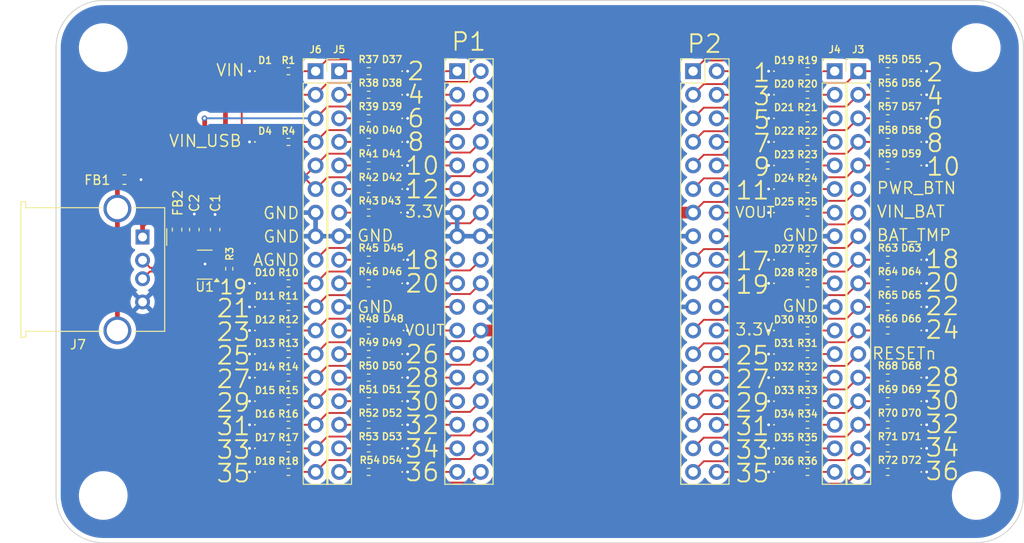
<source format=kicad_pcb>
(kicad_pcb (version 20240108) (generator "pcbnew") (generator_version "8.0")
  (layers (0 "F.Cu" signal) (31 "B.Cu" signal) (34 "B.Paste" user) (35 "F.Paste" user) (36 "B.SilkS" user "B.Silkscreen") (37 "F.SilkS" user "F.Silkscreen") (38 "B.Mask" user) (39 "F.Mask" user) (44 "Edge.Cuts" user))
  (net 0 "")
  (net 1 "/ADC_VREF")
  (net 2 "/USB1_VBUS")
  (net 3 "/P1_12")
  (net 4 "Net-(J7-Shield)")
  (net 5 "/VIN")
  (net 6 "/P1_23")
  (net 7 "/P1_32")
  (net 8 "/VIN_USB")
  (net 9 "/P1_33")
  (net 10 "/P1_30")
  (net 11 "/VOUT")
  (net 12 "/P1_26")
  (net 13 "/P1_10")
  (net 14 "/P1_20")
  (net 15 "/P1_31")
  (net 16 "/3P3V")
  (net 17 "/P1_28")
  (net 18 "/P1_4")
  (net 19 "/P1_34")
  (net 20 "/P1_35")
  (net 21 "/P1_27")
  (net 22 "/P1_2")
  (net 23 "/P1_6")
  (net 24 "/P1_36")
  (net 25 "/P1_19")
  (net 26 "/P1_29")
  (net 27 "/USB1_D+")
  (net 28 "/USB1_DRVVBUS")
  (net 29 "/P1_21")
  (net 30 "/P1_8")
  (net 31 "/P1_25")
  (net 32 "/USB1_D-")
  (net 33 "/AGND")
  (net 34 "/P2_20")
  (net 35 "/P2_2")
  (net 36 "/RESETn")
  (net 37 "/P2_30")
  (net 38 "/P2_8")
  (net 39 "/P2_22")
  (net 40 "/BAT_TEMP")
  (net 41 "/P2_36")
  (net 42 "/P2_10")
  (net 43 "/VIN_BAT")
  (net 44 "/P2_24")
  (net 45 "/P2_28")
  (net 46 "/P2_34")
  (net 47 "/P2_4")
  (net 48 "/PWR_BTN")
  (net 49 "/P2_18")
  (net 50 "/P2_6")
  (net 51 "/P2_32")
  (net 52 "/P2_3")
  (net 53 "/P2_17")
  (net 54 "/P2_35")
  (net 55 "/P2_1")
  (net 56 "/P2_33")
  (net 57 "/P2_25")
  (net 58 "/P2_27")
  (net 59 "/P2_11")
  (net 60 "/UART_RX")
  (net 61 "/P2_9")
  (net 62 "/UART_TX")
  (net 63 "/P2_19")
  (net 64 "/P2_29")
  (net 65 "/P2_31")
  (net 66 "Net-(D1-A)")
  (net 67 "GND")
  (net 68 "Net-(J7-VBUS)")
  (net 69 "Net-(D4-A)")
  (net 70 "Net-(D10-A)")
  (net 71 "Net-(D11-A)")
  (net 72 "Net-(D12-A)")
  (net 73 "Net-(D13-A)")
  (net 74 "Net-(D14-A)")
  (net 75 "Net-(D15-A)")
  (net 76 "Net-(D16-A)")
  (net 77 "Net-(D17-A)")
  (net 78 "Net-(D18-A)")
  (net 79 "Net-(D19-A)")
  (net 80 "Net-(D20-A)")
  (net 81 "Net-(D21-A)")
  (net 82 "Net-(D22-A)")
  (net 83 "Net-(D23-A)")
  (net 84 "Net-(D24-A)")
  (net 85 "Net-(D25-A)")
  (net 86 "Net-(D27-A)")
  (net 87 "Net-(D28-A)")
  (net 88 "Net-(D30-A)")
  (net 89 "Net-(D31-A)")
  (net 90 "Net-(D32-A)")
  (net 91 "Net-(D33-A)")
  (net 92 "Net-(D34-A)")
  (net 93 "Net-(D35-A)")
  (net 94 "Net-(D36-A)")
  (net 95 "Net-(D37-A)")
  (net 96 "Net-(D38-A)")
  (net 97 "Net-(D39-A)")
  (net 98 "Net-(D40-A)")
  (net 99 "Net-(D41-A)")
  (net 100 "Net-(D42-A)")
  (net 101 "Net-(D43-A)")
  (net 102 "Net-(D45-A)")
  (net 103 "Net-(D46-A)")
  (net 104 "Net-(D48-A)")
  (net 105 "Net-(D49-A)")
  (net 106 "Net-(D50-A)")
  (net 107 "Net-(D51-A)")
  (net 108 "Net-(D52-A)")
  (net 109 "Net-(D53-A)")
  (net 110 "Net-(D54-A)")
  (net 111 "Net-(D55-A)")
  (net 112 "Net-(D56-A)")
  (net 113 "Net-(D57-A)")
  (net 114 "Net-(D58-A)")
  (net 115 "Net-(D59-A)")
  (net 116 "Net-(D63-A)")
  (net 117 "Net-(D64-A)")
  (net 118 "Net-(D65-A)")
  (net 119 "Net-(D66-A)")
  (net 120 "Net-(D68-A)")
  (net 121 "Net-(D69-A)")
  (net 122 "Net-(D70-A)")
  (net 123 "Net-(D71-A)")
  (net 124 "Net-(D72-A)")
  (net 125 "/3P3V_1")
  (footprint "Resistor_SMD:R_0402_1005Metric" (layer "F.Cu") (at 118.995 81.28)
    (property "Reference" "R24")
    (property "Value" "R")
  )
  (footprint "Resistor_SMD:R_0402_1005Metric" (layer "F.Cu") (at 63.115 93.98)
    (property "Reference" "R11")
    (property "Value" "R")
  )
  (footprint "Resistor_SMD:R_0402_1005Metric" (layer "F.Cu") (at 63.115 101.6)
    (property "Reference" "R14")
    (property "Value" "R")
  )
  (footprint "LED_SMD:LED_0402_1005Metric" (layer "F.Cu") (at 130.15 101.6 180)
    (property "Reference" "D68")
    (property "Value" "LED")
  )
  (footprint "LED_SMD:LED_0402_1005Metric" (layer "F.Cu") (at 130.15 71.12 180)
    (property "Reference" "D56")
    (property "Value" "LED")
  )
  (footprint "Resistor_SMD:R_0402_1005Metric" (layer "F.Cu") (at 118.995 109.22)
    (property "Reference" "R35")
    (property "Value" "R")
  )
  (footprint "LED_SMD:LED_0402_1005Metric" (layer "F.Cu") (at 116.48 104.14)
    (property "Reference" "D33")
    (property "Value" "LED")
  )
  (footprint "Inductor_SMD:L_0603_1608Metric" (layer "F.Cu") (at 45.466 80.264)
    (property "Reference" "FB1")
    (property "Value" "FerriteBead_Small")
  )
  (footprint "Resistor_SMD:R_0402_1005Metric" (layer "F.Cu") (at 71.755 104.14 180)
    (property "Reference" "R51")
    (property "Value" "R")
  )
  (footprint "LED_SMD:LED_0402_1005Metric" (layer "F.Cu") (at 60.6 106.68)
    (property "Reference" "D16")
    (property "Value" "LED")
  )
  (footprint "LED_SMD:LED_0402_1005Metric" (layer "F.Cu") (at 60.6 96.52)
    (property "Reference" "D12")
    (property "Value" "LED")
  )
  (footprint "Connector_PinHeader_2.54mm:PinHeader_1x18_P2.54mm_Vertical" (layer "F.Cu") (at 66.04 68.58)
    (property "Reference" "J6")
    (property "Value" "Conn_01x18")
  )
  (footprint "LED_SMD:LED_0402_1005Metric" (layer "F.Cu") (at 130.15 76.2 180)
    (property "Reference" "D58")
    (property "Value" "LED")
  )
  (footprint "Resistor_SMD:R_0402_1005Metric" (layer "F.Cu") (at 63.115 111.76)
    (property "Reference" "R18")
    (property "Value" "R")
  )
  (footprint "Resistor_SMD:R_0402_1005Metric" (layer "F.Cu") (at 56.7436 89.8672 -90)
    (property "Reference" "R3")
    (property "Value" "4.7K")
  )
  (footprint "Resistor_SMD:R_0402_1005Metric" (layer "F.Cu") (at 127.635 76.2 180)
    (property "Reference" "R58")
    (property "Value" "R")
  )
  (footprint "Resistor_SMD:R_0402_1005Metric" (layer "F.Cu") (at 63.115 104.14)
    (property "Reference" "R15")
    (property "Value" "R")
  )
  (footprint "Resistor_SMD:R_0402_1005Metric" (layer "F.Cu") (at 118.995 83.82)
    (property "Reference" "R25")
    (property "Value" "R")
  )
  (footprint "Resistor_SMD:R_0402_1005Metric" (layer "F.Cu") (at 63.115 99.06)
    (property "Reference" "R13")
    (property "Value" "R")
  )
  (footprint "Resistor_SMD:R_0402_1005Metric" (layer "F.Cu") (at 127.635 106.68 180)
    (property "Reference" "R70")
    (property "Value" "R")
  )
  (footprint "Resistor_SMD:R_0402_1005Metric" (layer "F.Cu") (at 118.995 71.12)
    (property "Reference" "R20")
    (property "Value" "R")
  )
  (footprint "LED_SMD:LED_0402_1005Metric" (layer "F.Cu") (at 116.48 76.2)
    (property "Reference" "D22")
    (property "Value" "LED")
  )
  (footprint "LED_SMD:LED_0402_1005Metric" (layer "F.Cu") (at 130.15 93.98 180)
    (property "Reference" "D65")
    (property "Value" "LED")
  )
  (footprint "Resistor_SMD:R_0402_1005Metric" (layer "F.Cu") (at 127.635 93.98 180)
    (property "Reference" "R65")
    (property "Value" "R")
  )
  (footprint "LED_SMD:LED_0402_1005Metric" (layer "F.Cu") (at 116.48 68.58)
    (property "Reference" "D19")
    (property "Value" "LED")
  )
  (footprint "Resistor_SMD:R_0402_1005Metric" (layer "F.Cu") (at 63.115 109.22)
    (property "Reference" "R17")
    (property "Value" "R")
  )
  (footprint "Resistor_SMD:R_0402_1005Metric" (layer "F.Cu") (at 127.635 73.66 180)
    (property "Reference" "R57")
    (property "Value" "R")
  )
  (footprint "Resistor_SMD:R_0402_1005Metric" (layer "F.Cu") (at 127.635 101.6 180)
    (property "Reference" "R68")
    (property "Value" "R")
  )
  (footprint "LED_SMD:LED_0402_1005Metric" (layer "F.Cu") (at 130.15 78.74 180)
    (property "Reference" "D59")
    (property "Value" "LED")
  )
  (footprint "Connector_PinHeader_2.54mm:PinHeader_1x18_P2.54mm_Vertical" (layer "F.Cu") (at 124.46 68.58)
    (property "Reference" "J3")
    (property "Value" "Conn_01x18")
  )
  (footprint "LED_SMD:LED_0402_1005Metric" (layer "F.Cu") (at 74.27 81.28 180)
    (property "Reference" "D42")
    (property "Value" "LED")
  )
  (footprint "LED_SMD:LED_0402_1005Metric" (layer "F.Cu") (at 130.15 88.9 180)
    (property "Reference" "D63")
    (property "Value" "LED")
  )
  (footprint "LED_SMD:LED_0402_1005Metric" (layer "F.Cu") (at 116.48 88.9)
    (property "Reference" "D27")
    (property "Value" "LED")
  )
  (footprint "LED_SMD:LED_0402_1005Metric" (layer "F.Cu") (at 74.27 104.14 180)
    (property "Reference" "D51")
    (property "Value" "LED")
  )
  (footprint "Resistor_SMD:R_0402_1005Metric" (layer "F.Cu") (at 63.115 68.58)
    (property "Reference" "R1")
    (property "Value" "R")
  )
  (footprint "LED_SMD:LED_0402_1005Metric" (layer "F.Cu") (at 116.48 73.66)
    (property "Reference" "D21")
    (property "Value" "LED")
  )
  (footprint "LED_SMD:LED_0402_1005Metric" (layer "F.Cu") (at 116.48 99.06)
    (property "Reference" "D31")
    (property "Value" "LED")
  )
  (footprint "Connector_USB:USB_A_Molex_67643_Horizontal" (layer "F.Cu") (at 47.414 86.45 -90)
    (property "Reference" "J7")
    (property "Value" "USB_A")
  )
  (footprint "LED_SMD:LED_0402_1005Metric" (layer "F.Cu") (at 60.6 99.06)
    (property "Reference" "D13")
    (property "Value" "LED")
  )
  (footprint "LED_SMD:LED_0402_1005Metric" (layer "F.Cu") (at 74.27 109.22 180)
    (property "Reference" "D53")
    (property "Value" "LED")
  )
  (footprint "LED_SMD:LED_0402_1005Metric" (layer "F.Cu") (at 74.42 88.9 180)
    (property "Reference" "D45")
    (property "Value" "LED")
  )
  (footprint "LED_SMD:LED_0402_1005Metric" (layer "F.Cu") (at 116.48 83.82)
    (property "Reference" "D25")
    (property "Value" "LED")
  )
  (footprint "MountingHole:MountingHole_2.7mm_M2.5" (layer "F.Cu") (at 43.18 114.3)
    (property "Reference" "H2" (hide yes))
    (property "Value" "MountingHole")
  )
  (footprint "Resistor_SMD:R_0402_1005Metric" (layer "F.Cu") (at 118.995 68.58)
    (property "Reference" "R19")
    (property "Value" "R")
  )
  (footprint "Resistor_SMD:R_0402_1005Metric" (layer "F.Cu") (at 71.755 106.68 180)
    (property "Reference" "R52")
    (property "Value" "R")
  )
  (footprint "Resistor_SMD:R_0402_1005Metric" (layer "F.Cu") (at 71.755 81.28 180)
    (property "Reference" "R42")
    (property "Value" "R")
  )
  (footprint "LED_SMD:LED_0402_1005Metric" (layer "F.Cu") (at 74.27 91.44 180)
    (property "Reference" "D46")
    (property "Value" "LED")
  )
  (footprint "LED_SMD:LED_0402_1005Metric" (layer "F.Cu") (at 116.48 106.68)
    (property "Reference" "D34")
    (property "Value" "LED")
  )
  (footprint "LED_SMD:LED_0402_1005Metric" (layer "F.Cu") (at 74.27 99.06 180)
    (property "Reference" "D49")
    (property "Value" "LED")
  )
  (footprint "MountingHole:MountingHole_2.7mm_M2.5" (layer "F.Cu") (at 137.16 66.04)
    (property "Reference" "H3" (hide yes))
    (property "Value" "MountingHole")
  )
  (footprint "Resistor_SMD:R_0402_1005Metric" (layer "F.Cu") (at 71.755 83.82 180)
    (property "Reference" "R43")
    (property "Value" "R")
  )
  (footprint "Resistor_SMD:R_0402_1005Metric" (layer "F.Cu") (at 127.635 111.76 180)
    (property "Reference" "R72")
    (property "Value" "R")
  )
  (footprint "LED_SMD:LED_0402_1005Metric" (layer "F.Cu") (at 116.48 111.76)
    (property "Reference" "D36")
    (property "Value" "LED")
  )
  (footprint "Resistor_SMD:R_0402_1005Metric" (layer "F.Cu") (at 127.635 78.74 180)
    (property "Reference" "R59")
    (property "Value" "R")
  )
  (footprint "LED_SMD:LED_0402_1005Metric" (layer "F.Cu") (at 60.6 111.76)
    (property "Reference" "D18")
    (property "Value" "LED")
  )
  (footprint "Resistor_SMD:R_0402_1005Metric" (layer "F.Cu") (at 118.995 78.74)
    (property "Reference" "R23")
    (property "Value" "R")
  )
  (footprint "Resistor_SMD:R_0402_1005Metric" (layer "F.Cu") (at 127.635 71.12 180)
    (property "Reference" "R56")
    (property "Value" "R")
  )
  (footprint "Resistor_SMD:R_0402_1005Metric" (layer "F.Cu") (at 71.755 71.12 180)
    (property "Reference" "R38")
    (property "Value" "R")
  )
  (footprint "LED_SMD:LED_0402_1005Metric" (layer "F.Cu") (at 74.27 111.76 180)
    (property "Reference" "D54")
    (property "Value" "LED")
  )
  (footprint "LED_SMD:LED_0402_1005Metric" (layer "F.Cu") (at 130.15 96.52 180)
    (property "Reference" "D66")
    (property "Value" "LED")
  )
  (footprint "Resistor_SMD:R_0402_1005Metric" (layer "F.Cu") (at 63.115 91.44)
    (property "Reference" "R10")
    (property "Value" "R")
  )
  (footprint "Resistor_SMD:R_0402_1005Metric" (layer "F.Cu") (at 127.635 109.22 180)
    (property "Reference" "R71")
    (property "Value" "R")
  )
  (footprint "LED_SMD:LED_0402_1005Metric" (layer "F.Cu") (at 116.48 71.12)
    (property "Reference" "D20")
    (property "Value" "LED")
  )
  (footprint "Resistor_SMD:R_0402_1005Metric" (layer "F.Cu") (at 71.755 111.76 180)
    (property "Reference" "R54")
    (property "Value" "R")
  )
  (footprint "Resistor_SMD:R_0402_1005Metric" (layer "F.Cu") (at 127.635 88.9 180)
    (property "Reference" "R63")
    (property "Value" "R")
  )
  (footprint "LED_SMD:LED_0402_1005Metric" (layer "F.Cu") (at 74.42 96.52 180)
    (property "Reference" "D48")
    (property "Value" "LED")
  )
  (footprint "LED_SMD:LED_0402_1005Metric" (layer "F.Cu") (at 130.15 109.22 180)
    (property "Reference" "D71")
    (property "Value" "LED")
  )
  (footprint "LED_SMD:LED_0402_1005Metric" (layer "F.Cu") (at 74.27 101.6 180)
    (property "Reference" "D50")
    (property "Value" "LED")
  )
  (footprint "LED_SMD:LED_0402_1005Metric" (layer "F.Cu") (at 74.27 68.58 180)
    (property "Reference" "D37")
    (property "Value" "LED")
  )
  (footprint "LED_SMD:LED_0402_1005Metric" (layer "F.Cu") (at 116.48 91.44)
    (property "Reference" "D28")
    (property "Value" "LED")
  )
  (footprint "LED_SMD:LED_0402_1005Metric" (layer "F.Cu") (at 60.6 76.2)
    (property "Reference" "D4")
    (property "Value" "LED")
  )
  (footprint "LED_SMD:LED_0402_1005Metric" (layer "F.Cu") (at 60.6 68.58)
    (property "Reference" "D1")
    (property "Value" "LED")
  )
  (footprint "Resistor_SMD:R_0402_1005Metric" (layer "F.Cu") (at 63.115 96.52)
    (property "Reference" "R12")
    (property "Value" "R")
  )
  (footprint "LED_SMD:LED_0402_1005Metric" (layer "F.Cu") (at 60.6 104.14)
    (property "Reference" "D15")
    (property "Value" "LED")
  )
  (footprint "LED_SMD:LED_0402_1005Metric" (layer "F.Cu") (at 130.15 104.14 180)
    (property "Reference" "D69")
    (property "Value" "LED")
  )
  (footprint "Resistor_SMD:R_0402_1005Metric" (layer "F.Cu") (at 118.995 111.76)
    (property "Reference" "R36")
    (property "Value" "R")
  )
  (footprint "LED_SMD:LED_0402_1005Metric" (layer "F.Cu") (at 60.6 101.6)
    (property "Reference" "D14")
    (property "Value" "LED")
  )
  (footprint "Resistor_SMD:R_0402_1005Metric" (layer "F.Cu") (at 71.755 78.74 180)
    (property "Reference" "R41")
    (property "Value" "R")
  )
  (footprint "LED_SMD:LED_0402_1005Metric" (layer "F.Cu") (at 74.27 76.2 180)
    (property "Reference" "D40")
    (property "Value" "LED")
  )
  (footprint "Connector_PinHeader_2.54mm:PinHeader_1x18_P2.54mm_Vertical" (layer "F.Cu") (at 68.58 68.58)
    (property "Reference" "J5")
    (property "Value" "Conn_01x18")
  )
  (footprint "MountingHole:MountingHole_2.7mm_M2.5" (layer "F.Cu") (at 137.16 114.3)
    (property "Reference" "H4" (hide yes))
    (property "Value" "MountingHole")
  )
  (footprint "Resistor_SMD:R_0402_1005Metric" (layer "F.Cu") (at 71.755 68.58 180)
    (property "Reference" "R37")
    (property "Value" "R")
  )
  (footprint "Resistor_SMD:R_0402_1005Metric" (layer "F.Cu") (at 71.755 73.66 180)
    (property "Reference" "R39")
    (property "Value" "R")
  )
  (footprint "Resistor_SMD:R_0402_1005Metric" (layer "F.Cu") (at 71.755 109.22 180)
    (property "Reference" "R53")
    (property "Value" "R")
  )
  (footprint "MountingHole:MountingHole_2.7mm_M2.5" (layer "F.Cu") (at 43.18 66.04)
    (property "Reference" "H1" (hide yes))
    (property "Value" "MountingHole")
  )
  (footprint "LED_SMD:LED_0402_1005Metric" (layer "F.Cu") (at 60.6 93.98)
    (property "Reference" "D11")
    (property "Value" "LED")
  )
  (footprint "Resistor_SMD:R_0402_1005Metric" (layer "F.Cu") (at 118.995 106.68)
    (property "Reference" "R34")
    (property "Value" "R")
  )
  (footprint "LED_SMD:LED_0402_1005Metric" (layer "F.Cu") (at 74.145 83.82 180)
    (property "Reference" "D43")
    (property "Value" "LED")
  )
  (footprint "Resistor_SMD:R_0402_1005Metric" (layer "F.Cu") (at 71.755 99.06 180)
    (property "Reference" "R49")
    (property "Value" "R")
  )
  (footprint "Resistor_SMD:R_0402_1005Metric" (layer "F.Cu") (at 118.995 76.2)
    (property "Reference" "R22")
    (property "Value" "R")
  )
  (footprint "Resistor_SMD:R_0402_1005Metric" (layer "F.Cu") (at 127.635 68.58 180)
    (property "Reference" "R55")
    (property "Value" "R")
  )
  (footprint "Connector_PinHeader_2.54mm:PinHeader_1x18_P2.54mm_Vertical" (layer "F.Cu") (at 121.92 68.58)
    (property "Reference" "J4")
    (property "Value" "Conn_01x18")
  )
  (footprint "Package_TO_SOT_SMD:SOT-23-6" (layer "F.Cu") (at 54.102 89.4221 180)
    (property "Reference" "U1")
    (property "Value" "TPD3S014")
  )
  (footprint "Resistor_SMD:R_0402_1005Metric" (layer "F.Cu") (at 118.995 101.6)
    (property "Reference" "R32")
    (property "Value" "R")
  )
  (footprint "Resistor_SMD:R_0402_1005Metric" (layer "F.Cu") (at 71.755 96.52 180)
    (property "Reference" "R48")
    (property "Value" "R")
  )
  (footprint "Resistor_SMD:R_0402_1005Metric" (layer "F.Cu") (at 71.755 88.9 180)
    (property "Reference" "R45")
    (property "Value" "R")
  )
  (footprint "LED_SMD:LED_0402_1005Metric" (layer "F.Cu") (at 130.15 73.66 180)
    (property "Reference" "D57")
    (property "Value" "LED")
  )
  (footprint "Resistor_SMD:R_0402_1005Metric" (layer "F.Cu") (at 127.635 104.14 180)
    (property "Reference" "R69")
    (property "Value" "R")
  )
  (footprint "Resistor_SMD:R_0402_1005Metric" (layer "F.Cu") (at 118.995 88.9)
    (property "Reference" "R27")
    (property "Value" "R")
  )
  (footprint "LED_SMD:LED_0402_1005Metric" (layer "F.Cu") (at 116.48 109.22)
    (property "Reference" "D35")
    (property "Value" "LED")
  )
  (footprint "LED_SMD:LED_0402_1005Metric" (layer "F.Cu") (at 130.15 91.44 180)
    (property "Reference" "D64")
    (property "Value" "LED")
  )
  (footprint "Resistor_SMD:R_0402_1005Metric" (layer "F.Cu") (at 127.635 96.52 180)
    (property "Reference" "R66")
    (property "Value" "R")
  )
  (footprint "LED_SMD:LED_0402_1005Metric" (layer "F.Cu") (at 60.6 91.44)
    (property "Reference" "D10")
    (property "Value" "LED")
  )
  (footprint "Resistor_SMD:R_0402_1005Metric" (layer "F.Cu") (at 71.755 76.2 180)
    (property "Reference" "R40")
    (property "Value" "R")
  )
  (footprint "Inductor_SMD:L_0603_1608Metric" (layer "F.Cu") (at 51.1302 85.6488 90)
    (property "Reference" "FB2")
    (property "Value" "FerriteBead_Small")
  )
  (footprint "LED_SMD:LED_0402_1005Metric" (layer "F.Cu") (at 116.48 101.6)
    (property "Reference" "D32")
    (property "Value" "LED")
  )
  (footprint "Capacitor_SMD:C_0603_1608Metric" (layer "F.Cu") (at 55.2196 85.6488 90)
    (property "Reference" "C1")
    (property "Value" ".1uF")
  )
  (footprint "Connector_PinHeader_2.54mm:PinHeader_2x18_P2.54mm_Vertical" (layer "F.Cu") (at 106.68 68.58)
    (property "Reference" "P2")
    (property "Value" "Conn_02x18_Odd_Even")
  )
  (footprint "LED_SMD:LED_0402_1005Metric" (layer "F.Cu") (at 74.27 106.68 180)
    (property "Reference" "D52")
    (property "Value" "LED")
  )
  (footprint "Resistor_SMD:R_0402_1005Metric" (layer "F.Cu") (at 71.755 91.44 180)
    (property "Reference" "R46")
    (property "Value" "R")
  )
  (footprint "Resistor_SMD:R_0402_1005Metric" (layer "F.Cu") (at 118.995 73.66)
    (property "Reference" "R21")
    (property "Value" "R")
  )
  (footprint "Resistor_SMD:R_0402_1005Metric" (layer "F.Cu") (at 118.995 91.44)
    (property "Reference" "R28")
    (property "Value" "R")
  )
  (footprint "Connector_PinHeader_2.54mm:PinHeader_2x18_P2.54mm_Vertical" (layer "F.Cu") (at 81.28 68.58)
    (property "Reference" "P1")
    (property "Value" "Conn_02x18_Odd_Even")
  )
  (footprint "LED_SMD:LED_0402_1005Metric" (layer "F.Cu") (at 116.48 81.28)
    (property "Reference" "D24")
    (property "Value" "LED")
  )
  (footprint "LED_SMD:LED_0402_1005Metric" (layer "F.Cu") (at 74.27 71.12 180)
    (property "Reference" "D38")
    (property "Value" "LED")
  )
  (footprint "LED_SMD:LED_0402_1005Metric" (layer "F.Cu") (at 60.6 109.22)
    (property "Reference" "D17")
    (property "Value" "LED")
  )
  (footprint "LED_SMD:LED_0402_1005Metric" (layer "F.Cu") (at 130.15 111.76 180)
    (property "Reference" "D72")
    (property "Value" "LED")
  )
  (footprint "Resistor_SMD:R_0402_1005Metric" (layer "F.Cu") (at 127.635 91.44 180)
    (property "Reference" "R64")
    (property "Value" "R")
  )
  (footprint "LED_SMD:LED_0402_1005Metric" (layer "F.Cu") (at 116.48 78.74)
    (property "Reference" "D23")
    (property "Value" "LED")
  )
  (footprint "Capacitor_SMD:C_0603_1608Metric" (layer "F.Cu") (at 52.9844 85.6488 90)
    (property "Reference" "C2")
    (property "Value" "150uF")
  )
  (footprint "LED_SMD:LED_0402_1005Metric" (layer "F.Cu") (at 74.27 78.74 180)
    (property "Reference" "D41")
    (property "Value" "LED")
  )
  (footprint "Resistor_SMD:R_0402_1005Metric" (layer "F.Cu") (at 118.995 96.52)
    (property "Reference" "R30")
    (property "Value" "R")
  )
  (footprint "Resistor_SMD:R_0402_1005Metric" (layer "F.Cu") (at 63.115 76.2)
    (property "Reference" "R4")
    (property "Value" "R")
  )
  (footprint "LED_SMD:LED_0402_1005Metric" (layer "F.Cu") (at 130.15 106.68 180)
    (property "Reference" "D70")
    (property "Value" "LED")
  )
  (footprint "Resistor_SMD:R_0402_1005Metric" (layer "F.Cu") (at 118.995 104.14)
    (property "Reference" "R33")
    (property "Value" "R")
  )
  (footprint "LED_SMD:LED_0402_1005Metric" (layer "F.Cu") (at 116.48 96.52)
    (property "Reference" "D30")
    (property "Value" "LED")
  )
  (footprint "Resistor_SMD:R_0402_1005Metric" (layer "F.Cu") (at 71.755 101.6 180)
    (property "Reference" "R50")
    (property "Value" "R")
  )
  (footprint "LED_SMD:LED_0402_1005Metric" (layer "F.Cu") (at 130.15 68.58 180)
    (property "Reference" "D55")
    (property "Value" "LED")
  )
  (footprint "Resistor_SMD:R_0402_1005Metric" (layer "F.Cu") (at 118.995 99.06)
    (property "Reference" "R31")
    (property "Value" "R")
  )
  (footprint "Resistor_SMD:R_0402_1005Metric" (layer "F.Cu") (at 63.115 106.68)
    (property "Reference" "R16")
    (property "Value" "R")
  )
  (footprint "LED_SMD:LED_0402_1005Metric" (layer "F.Cu") (at 74.27 73.66 180)
    (property "Reference" "D39")
    (property "Value" "LED")
  )
  (gr_line (start 137.16 60.96) (end 43.18 60.96) (stroke (width 0.1)) (layer "Edge.Cuts"))
  (gr_line (start 38.1 66.04) (end 38.1 114.3) (stroke (width 0.1)) (layer "Edge.Cuts"))
  (gr_arc (start 38.1 66.04) (mid 39.587898 62.447898) (end 43.18 60.96) (stroke (width 0.1)) (layer "Edge.Cuts"))
  (gr_arc (start 43.18 119.38) (mid 39.587898 117.892102) (end 38.1 114.3) (stroke (width 0.1)) (layer "Edge.Cuts"))
  (gr_arc (start 137.16 60.96) (mid 140.752102 62.447898) (end 142.24 66.04) (stroke (width 0.1)) (layer "Edge.Cuts"))
  (gr_arc (start 142.240002 114.300002) (mid 140.752104 117.892104) (end 137.160002 119.380002) (stroke (width 0.1)) (layer "Edge.Cuts"))
  (gr_line (start 43.18 119.38) (end 137.16 119.38) (stroke (width 0.1)) (layer "Edge.Cuts"))
  (gr_line (start 142.240002 114.300002) (end 142.24 66.04) (stroke (width 0.1)) (layer "Edge.Cuts"))
  (gr_text "27" (at 55.245 102.87 0) (layer "F.SilkS") (effects (font (size 1.905 1.905) (thickness 0.2032)) (justify left bottom)))
  (gr_text "20" (at 75.5904 92.583 0) (layer "F.SilkS") (effects (font (size 1.905 1.905) (thickness 0.2032)) (justify left bottom)))
  (gr_text "28" (at 131.572 102.6414 0) (layer "F.SilkS") (effects (font (size 1.905 1.905) (thickness 0.2032)) (justify left bottom)))
  (gr_text "9" (at 113.03 80.01 0) (layer "F.SilkS") (effects (font (size 1.905 1.905) (thickness 0.2032)) (justify left bottom)))
  (gr_text "21" (at 55.245 95.25 0) (layer "F.SilkS") (effects (font (size 1.905 1.905) (thickness 0.2032)) (justify left bottom)))
  (gr_text "GND" (at 60.2996 84.6074 0) (layer "F.SilkS") (effects (font (size 1.27 1.27) (thickness 0.1524)) (justify left bottom)))
  (gr_text "31" (at 55.245 107.95 0) (layer "F.SilkS") (effects (font (size 1.905 1.905) (thickness 0.2032)) (justify left bottom)))
  (gr_text "35" (at 55.245 113.03 0) (layer "F.SilkS") (effects (font (size 1.905 1.905) (thickness 0.2032)) (justify left bottom)))
  (gr_text "3" (at 113.03 72.39 0) (layer "F.SilkS") (effects (font (size 1.905 1.905) (thickness 0.2032)) (justify left bottom)))
  (gr_text "19" (at 55.6006 92.7354 0) (layer "F.SilkS") (effects (font (size 1.524 1.524) (thickness 0.2032)) (justify left bottom)))
  (gr_text "25" (at 55.245 100.33 0) (layer "F.SilkS") (effects (font (size 1.905 1.905) (thickness 0.2032)) (justify left bottom)))
  (gr_text "3.3V" (at 111.125 97.155 0) (layer "F.SilkS") (effects (font (size 1.27 1.27) (thickness 0.1524)) (justify left bottom)))
  (gr_text "29" (at 55.245 105.41 0) (layer "F.SilkS") (effects (font (size 1.905 1.905) (thickness 0.2032)) (justify left bottom)))
  (gr_text "5" (at 113.03 74.93 0) (layer "F.SilkS") (effects (font (size 1.905 1.905) (thickness 0.2032)) (justify left bottom)))
  (gr_text "GND" (at 70.4342 87.0458 0) (layer "F.SilkS") (effects (font (size 1.27 1.27) (thickness 0.1524)) (justify left bottom)))
  (gr_text "18" (at 131.572 89.9414 0) (layer "F.SilkS") (effects (font (size 1.905 1.905) (thickness 0.2032)) (justify left bottom)))
  (gr_text "36" (at 131.572 112.8014 0) (layer "F.SilkS") (effects (font (size 1.905 1.905) (thickness 0.2032)) (justify left bottom)))
  (gr_text "1" (at 113.03 69.85 0) (layer "F.SilkS") (effects (font (size 1.905 1.905) (thickness 0.2032)) (justify left bottom)))
  (gr_text "2" (at 75.7936 69.6976 0) (layer "F.SilkS") (effects (font (size 1.905 1.905) (thickness 0.2032)) (justify left bottom)))
  (gr_text "2" (at 131.6736 69.8246 0) (layer "F.SilkS") (effects (font (size 1.905 1.905) (thickness 0.2032)) (justify left bottom)))
  (gr_text "18" (at 75.5904 90.043 0) (layer "F.SilkS") (effects (font (size 1.905 1.905) (thickness 0.2032)) (justify left bottom)))
  (gr_text "29" (at 111.125 105.41 0) (layer "F.SilkS") (effects (font (size 1.905 1.905) (thickness 0.2032)) (justify left bottom)))
  (gr_text "BAT_TMP" (at 126.365 86.995 0) (layer "F.SilkS") (effects (font (size 1.27 1.27) (thickness 0.1524)) (justify left bottom)))
  (gr_text "33" (at 55.245 110.49 0) (layer "F.SilkS") (effects (font (size 1.905 1.905) (thickness 0.2032)) (justify left bottom)))
  (gr_text "VOUT" (at 75.565 97.155 0) (layer "F.SilkS") (effects (font (size 1.143 1.143) (thickness 0.1524)) (justify left bottom)))
  (gr_text "19" (at 111.125 92.71 0) (layer "F.SilkS") (effects (font (size 1.905 1.905) (thickness 0.2032)) (justify left bottom)))
  (gr_text "8" (at 131.6736 77.4446 0) (layer "F.SilkS") (effects (font (size 1.905 1.905) (thickness 0.2032)) (justify left bottom)))
  (gr_text "6" (at 131.6736 74.9046 0) (layer "F.SilkS") (effects (font (size 1.905 1.905) (thickness 0.2032)) (justify left bottom)))
  (gr_text "8" (at 75.7936 77.3176 0) (layer "F.SilkS") (effects (font (size 1.905 1.905) (thickness 0.2032)) (justify left bottom)))
  (gr_text "GND" (at 116.205 94.615 0) (layer "F.SilkS") (effects (font (size 1.27 1.27) (thickness 0.1524)) (justify left bottom)))
  (gr_text "6" (at 75.7936 74.7776 0) (layer "F.SilkS") (effects (font (size 1.905 1.905) (thickness 0.2032)) (justify left bottom)))
  (gr_text "10" (at 75.5904 79.883 0) (layer "F.SilkS") (effects (font (size 1.905 1.905) (thickness 0.2032)) (justify left bottom)))
  (gr_text "34" (at 75.5904 110.363 0) (layer "F.SilkS") (effects (font (size 1.905 1.905) (thickness 0.2032)) (justify left bottom)))
  (gr_text "25" (at 111.125 100.33 0) (layer "F.SilkS") (effects (font (size 1.905 1.905) (thickness 0.2032)) (justify left bottom)))
  (gr_text "VOUT" (at 111.125 84.455 0) (layer "F.SilkS") (effects (font (size 1.143 1.143) (thickness 0.1524)) (justify left bottom)))
  (gr_text "3.3V" (at 75.565 84.455 0) (layer "F.SilkS") (effects (font (size 1.27 1.27) (thickness 0.1524)) (justify left bottom)))
  (gr_text "22" (at 131.572 95.0214 0) (layer "F.SilkS") (effects (font (size 1.905 1.905) (thickness 0.2032)) (justify left bottom)))
  (gr_text "12" (at 75.5904 82.423 0) (layer "F.SilkS") (effects (font (size 1.905 1.905) (thickness 0.2032)) (justify left bottom)))
  (gr_text "17" (at 111.125 90.17 0) (layer "F.SilkS") (effects (font (size 1.905 1.905) (thickness 0.2032)) (justify left bottom)))
  (gr_text "7" (at 113.03 77.47 0) (layer "F.SilkS") (effects (font (size 1.905 1.905) (thickness 0.2032)) (justify left bottom)))
  (gr_text "31" (at 111.125 107.95 0) (layer "F.SilkS") (effects (font (size 1.905 1.905) (thickness 0.2032)) (justify left bottom)))
  (gr_text "GND" (at 60.325 87.1474 0) (layer "F.SilkS") (effects (font (size 1.27 1.27) (thickness 0.1524)) (justify left bottom)))
  (gr_text "10" (at 131.6736 79.9846 0) (layer "F.SilkS") (effects (font (size 1.905 1.905) (thickness 0.2032)) (justify left bottom)))
  (gr_text "VIN" (at 55.245 69.215 0) (layer "F.SilkS") (effects (font (size 1.27 1.27) (thickness 0.1524)) (justify left bottom)))
  (gr_text "34" (at 131.572 110.2614 0) (layer "F.SilkS") (effects (font (size 1.905 1.905) (thickness 0.2032)) (justify left bottom)))
  (gr_text "30" (at 75.5904 105.283 0) (layer "F.SilkS") (effects (font (size 1.905 1.905) (thickness 0.2032)) (justify left bottom)))
  (gr_text "4" (at 75.7936 72.2376 0) (layer "F.SilkS") (effects (font (size 1.905 1.905) (thickness 0.2032)) (justify left bottom)))
  (gr_text "35" (at 111.125 113.03 0) (layer "F.SilkS") (effects (font (size 1.905 1.905) (thickness 0.2032)) (justify left bottom)))
  (gr_text "32" (at 75.5904 107.823 0) (layer "F.SilkS") (effects (font (size 1.905 1.905) (thickness 0.2032)) (justify left bottom)))
  (gr_text "GND" (at 116.205 86.995 0) (layer "F.SilkS") (effects (font (size 1.27 1.27) (thickness 0.1524)) (justify left bottom)))
  (gr_text "VIN_BAT" (at 126.365 84.455 0) (layer "F.SilkS") (effects (font (size 1.27 1.27) (thickness 0.1524)) (justify left bottom)))
  (gr_text "23" (at 55.245 97.79 0) (layer "F.SilkS") (effects (font (size 1.905 1.905) (thickness 0.2032)) (justify left bottom)))
  (gr_text "11" (at 111.125 82.55 0) (layer "F.SilkS") (effects (font (size 1.905 1.905) (thickness 0.2032)) (justify left bottom)))
  (gr_text "33" (at 111.125 110.49 0) (layer "F.SilkS") (effects (font (size 1.905 1.905) (thickness 0.2032)) (justify left bottom)))
  (gr_text "20" (at 131.572 92.4814 0) (layer "F.SilkS") (effects (font (size 1.905 1.905) (thickness 0.2032)) (justify left bottom)))
  (gr_text "AGND" (at 59.2074 89.662 0) (layer "F.SilkS") (effects (font (size 1.27 1.27) (thickness 0.1524)) (justify left bottom)))
  (gr_text "32" (at 131.572 107.7214 0) (layer "F.SilkS") (effects (font (size 1.905 1.905) (thickness 0.2032)) (justify left bottom)))
  (gr_text "30" (at 131.572 105.1814 0) (layer "F.SilkS") (effects (font (size 1.905 1.905) (thickness 0.2032)) (justify left bottom)))
  (gr_text "28" (at 75.5904 102.743 0) (layer "F.SilkS") (effects (font (size 1.905 1.905) (thickness 0.2032)) (justify left bottom)))
  (gr_text "36" (at 75.5904 112.903 0) (layer "F.SilkS") (effects (font (size 1.905 1.905) (thickness 0.2032)) (justify left bottom)))
  (gr_text "GND" (at 70.4342 94.7166 0) (layer "F.SilkS") (effects (font (size 1.27 1.27) (thickness 0.1524)) (justify left bottom)))
  (gr_text "PWR_BTN" (at 126.365 81.915 0) (layer "F.SilkS") (effects (font (size 1.27 1.27) (thickness 0.1524)) (justify left bottom)))
  (gr_text "24" (at 131.572 97.5614 0) (layer "F.SilkS") (effects (font (size 1.905 1.905) (thickness 0.2032)) (justify left bottom)))
  (gr_text "VIN_USB" (at 50.165 76.835 0) (layer "F.SilkS") (effects (font (size 1.27 1.27) (thickness 0.1524)) (justify left bottom)))
  (gr_text "RESETn" (at 125.857 99.7458 0) (layer "F.SilkS") (effects (font (size 1.27 1.27) (thickness 0.1524)) (justify left bottom)))
  (gr_text "26" (at 75.5904 100.203 0) (layer "F.SilkS") (effects (font (size 1.905 1.905) (thickness 0.2032)) (justify left bottom)))
  (gr_text "27" (at 111.125 102.87 0) (layer "F.SilkS") (effects (font (size 1.905 1.905) (thickness 0.2032)) (justify left bottom)))
  (gr_text "4" (at 131.6736 72.3646 0) (layer "F.SilkS") (effects (font (size 1.905 1.905) (thickness 0.2032)) (justify left bottom)))
  (segment (start 71.88 89.535) (end 79.375 89.535) (width 0.2) (layer "F.Cu") (net 1))
  (segment (start 82.67 90.05) (end 83.82 88.9) (width 0.2) (layer "F.Cu") (net 1))
  (segment (start 79.89 90.05) (end 82.67 90.05) (width 0.2) (layer "F.Cu") (net 1))
  (segment (start 68.58 88.9) (end 71.245 88.9) (width 0.2) (layer "F.Cu") (net 1))
  (segment (start 79.375 89.535) (end 79.89 90.05) (width 0.2) (layer "F.Cu") (net 1))
  (segment (start 71.245 88.9) (end 71.88 89.535) (width 0.2) (layer "F.Cu") (net 1))
  (segment (start 54.0766 73.66) (end 54.102 73.6854) (width 0.508) (layer "F.Cu") (net 2))
  (segment (start 66.04 73.66) (end 67.31 72.39) (width 0.2) (layer "F.Cu") (net 2))
  (segment (start 78.74 72.39) (end 80.01 73.66) (width 0.2) (layer "F.Cu") (net 2))
  (segment (start 52.9844 86.4238) (end 52.9844 88.4522) (width 0.508) (layer "F.Cu") (net 2))
  (segment (start 54.102 85.979) (end 53.6572 86.4238) (width 0.508) (layer "F.Cu") (net 2))
  (segment (start 80.01 73.66) (end 81.28 73.66) (width 0.2) (layer "F.Cu") (net 2))
  (segment (start 51.1427 86.4238) (end 51.1302 86.4363) (width 0.508) (layer "F.Cu") (net 2))
  (segment (start 52.9844 86.4238) (end 51.1427 86.4238) (width 0.508) (layer "F.Cu") (net 2))
  (segment (start 67.31 72.39) (end 78.74 72.39) (width 0.2) (layer "F.Cu") (net 2))
  (segment (start 52.9844 88.4522) (end 52.9645 88.4721) (width 0.508) (layer "F.Cu") (net 2))
  (segment (start 53.6572 86.4238) (end 52.9844 86.4238) (width 0.508) (layer "F.Cu") (net 2))
  (segment (start 54.102 73.6854) (end 54.102 85.979) (width 0.508) (layer "F.Cu") (net 2))
  (via (at 54.0766 73.66) (size 0.6) (drill 0.3) (layers "F.Cu" "B.Cu") (net 2))
  (segment (start 66.04 73.66) (end 54.0766 73.66) (width 0.2) (layer "B.Cu") (net 2))
  (segment (start 71.88 81.915) (end 79.375 81.915) (width 0.2) (layer "F.Cu") (net 3))
  (segment (start 79.89 82.43) (end 82.67 82.43) (width 0.2) (layer "F.Cu") (net 3))
  (segment (start 79.375 81.915) (end 79.89 82.43) (width 0.2) (layer "F.Cu") (net 3))
  (segment (start 71.245 81.28) (end 71.88 81.915) (width 0.2) (layer "F.Cu") (net 3))
  (segment (start 68.58 81.28) (end 71.245 81.28) (width 0.2) (layer "F.Cu") (net 3))
  (segment (start 82.67 82.43) (end 83.82 81.28) (width 0.2) (layer "F.Cu") (net 3))
  (segment (start 44.704 96.52) (end 44.704 83.38) (width 0.508) (layer "F.Cu") (net 4))
  (segment (start 44.704 83.38) (end 44.704 80.2895) (width 0.508) (layer "F.Cu") (net 4))
  (segment (start 44.704 80.2895) (end 44.6785 80.264) (width 0.508) (layer "F.Cu") (net 4))
  (segment (start 66.04 68.58) (end 67.31 67.31) (width 0.2) (layer "F.Cu") (net 5))
  (segment (start 66.04 68.58) (end 63.625 68.58) (width 0.2) (layer "F.Cu") (net 5))
  (segment (start 78.74 67.31) (end 80.01 68.58) (width 0.2) (layer "F.Cu") (net 5))
  (segment (start 67.31 67.31) (end 78.74 67.31) (width 0.2) (layer "F.Cu") (net 5))
  (segment (start 80.01 68.58) (end 81.28 68.58) (width 0.2) (layer "F.Cu") (net 5))
  (segment (start 80.01 96.52) (end 81.28 96.52) (width 0.2) (layer "F.Cu") (net 6))
  (segment (start 66.04 96.52) (end 67.31 95.25) (width 0.2) (layer "F.Cu") (net 6))
  (segment (start 66.04 96.52) (end 63.625 96.52) (width 0.2) (layer "F.Cu") (net 6))
  (segment (start 78.74 95.25) (end 80.01 96.52) (width 0.2) (layer "F.Cu") (net 6))
  (segment (start 67.31 95.25) (end 78.74 95.25) (width 0.2) (layer "F.Cu") (net 6))
  (segment (start 71.245 106.68) (end 71.88 107.315) (width 0.2) (layer "F.Cu") (net 7))
  (segment (start 79.375 107.315) (end 79.89 107.83) (width 0.2) (layer "F.Cu") (net 7))
  (segment (start 79.89 107.83) (end 82.67 107.83) (width 0.2) (layer "F.Cu") (net 7))
  (segment (start 71.88 107.315) (end 79.375 107.315) (width 0.2) (layer "F.Cu") (net 7))
  (segment (start 68.58 106.68) (end 71.245 106.68) (width 0.2) (layer "F.Cu") (net 7))
  (segment (start 82.67 107.83) (end 83.82 106.68) (width 0.2) (layer "F.Cu") (net 7))
  (segment (start 67.31 74.93) (end 78.74 74.93) (width 0.2) (layer "F.Cu") (net 8))
  (segment (start 80.01 76.2) (end 81.28 76.2) (width 0.2) (layer "F.Cu") (net 8))
  (segment (start 66.04 76.2) (end 63.625 76.2) (width 0.2) (layer "F.Cu") (net 8))
  (segment (start 78.74 74.93) (end 80.01 76.2) (width 0.2) (layer "F.Cu") (net 8))
  (segment (start 66.04 76.2) (end 67.31 74.93) (width 0.2) (layer "F.Cu") (net 8))
  (segment (start 67.31 107.95) (end 78.74 107.95) (width 0.2) (layer "F.Cu") (net 9))
  (segment (start 66.04 109.22) (end 63.625 109.22) (width 0.2) (layer "F.Cu") (net 9))
  (segment (start 80.01 109.22) (end 81.28 109.22) (width 0.2) (layer "F.Cu") (net 9))
  (segment (start 66.04 109.22) (end 67.31 107.95) (width 0.2) (layer "F.Cu") (net 9))
  (segment (start 78.74 107.95) (end 80.01 109.22) (width 0.2) (layer "F.Cu") (net 9))
  (segment (start 82.67 105.29) (end 83.82 104.14) (width 0.2) (layer "F.Cu") (net 10))
  (segment (start 71.245 104.14) (end 71.88 104.775) (width 0.2) (layer "F.Cu") (net 10))
  (segment (start 79.375 104.775) (end 79.89 105.29) (width 0.2) (layer "F.Cu") (net 10))
  (segment (start 71.88 104.775) (end 79.375 104.775) (width 0.2) (layer "F.Cu") (net 10))
  (segment (start 68.58 104.14) (end 71.245 104.14) (width 0.2) (layer "F.Cu") (net 10))
  (segment (start 79.89 105.29) (end 82.67 105.29) (width 0.2) (layer "F.Cu") (net 10))
  (segment (start 79.375 97.155) (end 79.89 97.67) (width 0.2) (layer "F.Cu") (net 11))
  (segment (start 71.245 96.52) (end 71.88 97.155) (width 0.2) (layer "F.Cu") (net 11))
  (segment (start 93.3704 94.2086) (end 93.3704 83.82) (width 1.27) (layer "F.Cu") (net 11))
  (segment (start 93.3704 67.9958) (end 93.3704 83.82) (width 1.27) (layer "F.Cu") (net 11))
  (segment (start 82.67 97.67) (end 83.82 96.52) (width 0.2) (layer "F.Cu") (net 11))
  (segment (start 56.3372 66.9798) (end 56.3372 86.0552) (width 0.508) (layer "F.Cu") (net 11))
  (segment (start 55.9686 86.4238) (end 55.2196 86.4238) (width 0.508) (layer "F.Cu") (net 11))
  (segment (start 57.6834 65.6336) (end 91.0082 65.6336) (width 1.27) (layer "F.Cu") (net 11))
  (segment (start 121.92 83.82) (end 119.505 83.82) (width 0.2) (layer "F.Cu") (net 11))
  (segment (start 107.83 82.67) (end 106.68 83.82) (width 0.2) (layer "F.Cu") (net 11))
  (segment (start 118.87 83.185) (end 111.125 83.185) (width 0.2) (layer "F.Cu") (net 11))
  (segment (start 111.125 83.185) (end 110.61 82.67) (width 0.2) (layer "F.Cu") (net 11))
  (segment (start 91.059 96.52) (end 93.3704 94.2086) (width 1.27) (layer "F.Cu") (net 11))
  (segment (start 110.61 82.67) (end 107.83 82.67) (width 0.2) (layer "F.Cu") (net 11))
  (segment (start 56.3372 86.0552) (end 55.9686 86.4238) (width 0.508) (layer "F.Cu") (net 11))
  (segment (start 71.88 97.155) (end 79.375 97.155) (width 0.2) (layer "F.Cu") (net 11))
  (segment (start 119.505 83.82) (end 118.87 83.185) (width 0.2) (layer "F.Cu") (net 11))
  (segment (start 91.0082 65.6336) (end 93.3704 67.9958) (width 1.27) (layer "F.Cu") (net 11))
  (segment (start 57.6834 65.6336) (end 56.3372 66.9798) (width 0.508) (layer "F.Cu") (net 11))
  (segment (start 83.82 96.52) (end 91.059 96.52) (width 1.27) (layer "F.Cu") (net 11))
  (segment (start 55.2395 88.4721) (end 55.2196 88.4522) (width 0.508) (layer "F.Cu") (net 11))
  (segment (start 79.89 97.67) (end 82.67 97.67) (width 0.2) (layer "F.Cu") (net 11))
  (segment (start 93.3704 83.82) (end 106.68 83.82) (width 1.27) (layer "F.Cu") (net 11))
  (segment (start 68.58 96.52) (end 71.245 96.52) (width 0.2) (layer "F.Cu") (net 11))
  (segment (start 55.2196 88.4522) (end 55.2196 86.4238) (width 0.508) (layer "F.Cu") (net 11))
  (segment (start 68.58 99.06) (end 71.245 99.06) (width 0.2) (layer "F.Cu") (net 12))
  (segment (start 71.245 99.06) (end 71.88 99.695) (width 0.2) (layer "F.Cu") (net 12))
  (segment (start 82.67 100.21) (end 83.82 99.06) (width 0.2) (layer "F.Cu") (net 12))
  (segment (start 71.88 99.695) (end 79.375 99.695) (width 0.2) (layer "F.Cu") (net 12))
  (segment (start 79.89 100.21) (end 82.67 100.21) (width 0.2) (layer "F.Cu") (net 12))
  (segment (start 79.375 99.695) (end 79.89 100.21) (width 0.2) (layer "F.Cu") (net 12))
  (segment (start 71.245 78.74) (end 71.88 79.375) (width 0.2) (layer "F.Cu") (net 13))
  (segment (start 79.375 79.375) (end 79.89 79.89) (width 0.2) (layer "F.Cu") (net 13))
  (segment (start 79.89 79.89) (end 82.67 79.89) (width 0.2) (layer "F.Cu") (net 13))
  (segment (start 68.58 78.74) (end 71.245 78.74) (width 0.2) (layer "F.Cu") (net 13))
  (segment (start 82.67 79.89) (end 83.82 78.74) (width 0.2) (layer "F.Cu") (net 13))
  (segment (start 71.88 79.375) (end 79.375 79.375) (width 0.2) (layer "F.Cu") (net 13))
  (segment (start 71.88 92.075) (end 79.375 92.075) (width 0.2) (layer "F.Cu") (net 14))
  (segment (start 82.67 92.59) (end 83.82 91.44) (width 0.2) (layer "F.Cu") (net 14))
  (segment (start 79.375 92.075) (end 79.89 92.59) (width 0.2) (layer "F.Cu") (net 14))
  (segment (start 79.89 92.59) (end 82.67 92.59) (width 0.2) (layer "F.Cu") (net 14))
  (segment (start 68.58 91.44) (end 71.245 91.44) (width 0.2) (layer "F.Cu") (net 14))
  (segment (start 71.245 91.44) (end 71.88 92.075) (width 0.2) (layer "F.Cu") (net 14))
  (segment (start 80.01 106.68) (end 81.28 106.68) (width 0.2) (layer "F.Cu") (net 15))
  (segment (start 66.04 106.68) (end 67.31 105.41) (width 0.2) (layer "F.Cu") (net 15))
  (segment (start 78.74 105.41) (end 80.01 106.68) (width 0.2) (layer "F.Cu") (net 15))
  (segment (start 67.31 105.41) (end 78.74 105.41) (width 0.2) (layer "F.Cu") (net 15))
  (segment (start 66.04 106.68) (end 63.625 106.68) (width 0.2) (layer "F.Cu") (net 15))
  (segment (start 79.375 84.455) (end 79.89 84.97) (width 0.2) (layer "F.Cu") (net 16))
  (segment (start 82.67 84.97) (end 83.82 83.82) (width 0.2) (layer "F.Cu") (net 16))
  (segment (start 79.89 84.97) (end 82.67 84.97) (width 0.2) (layer "F.Cu") (net 16))
  (segment (start 71.245 83.82) (end 71.88 84.455) (width 0.2) (layer "F.Cu") (net 16))
  (segment (start 68.58 83.82) (end 71.245 83.82) (width 0.2) (layer "F.Cu") (net 16))
  (segment (start 71.88 84.455) (end 79.375 84.455) (width 0.2) (layer "F.Cu") (net 16))
  (segment (start 68.58 101.6) (end 71.245 101.6) (width 0.2) (layer "F.Cu") (net 17))
  (segment (start 82.67 102.75) (end 83.82 101.6) (width 0.2) (layer "F.Cu") (net 17))
  (segment (start 71.245 101.6) (end 71.88 102.235) (width 0.2) (layer "F.Cu") (net 17))
  (segment (start 79.89 102.75) (end 82.67 102.75) (width 0.2) (layer "F.Cu") (net 17))
  (segment (start 71.88 102.235) (end 79.375 102.235) (width 0.2) (layer "F.Cu") (net 17))
  (segment (start 79.375 102.235) (end 79.89 102.75) (width 0.2) (layer "F.Cu") (net 17))
  (segment (start 71.245 71.12) (end 71.88 71.755) (width 0.2) (layer "F.Cu") (net 18))
  (segment (start 82.67 72.27) (end 83.82 71.12) (width 0.2) (layer "F.Cu") (net 18))
  (segment (start 79.89 72.27) (end 82.67 72.27) (width 0.2) (layer "F.Cu") (net 18))
  (segment (start 68.58 71.12) (end 71.245 71.12) (width 0.2) (layer "F.Cu") (net 18))
  (segment (start 71.88 71.755) (end 79.375 71.755) (width 0.2) (layer "F.Cu") (net 18))
  (segment (start 79.375 71.755) (end 79.89 72.27) (width 0.2) (layer "F.Cu") (net 18))
  (segment (start 79.375 109.855) (end 79.89 110.37) (width 0.2) (layer "F.Cu") (net 19))
  (segment (start 71.245 109.22) (end 71.88 109.855) (width 0.2) (layer "F.Cu") (net 19))
  (segment (start 82.67 110.37) (end 83.82 109.22) (width 0.2) (layer "F.Cu") (net 19))
  (segment (start 71.88 109.855) (end 79.375 109.855) (width 0.2) (layer "F.Cu") (net 19))
  (segment (start 79.89 110.37) (end 82.67 110.37) (width 0.2) (layer "F.Cu") (net 19))
  (segment (start 68.58 109.22) (end 71.245 109.22) (width 0.2) (layer "F.Cu") (net 19))
  (segment (start 67.31 110.49) (end 78.74 110.49) (width 0.2) (layer "F.Cu") (net 20))
  (segment (start 66.04 111.76) (end 67.31 110.49) (width 0.2) (layer "F.Cu") (net 20))
  (segment (start 66.04 111.76) (end 63.625 111.76) (width 0.2) (layer "F.Cu") (net 20))
  (segment (start 78.74 110.49) (end 80.01 111.76) (width 0.2) (layer "F.Cu") (net 20))
  (segment (start 80.01 111.76) (end 81.28 111.76) (width 0.2) (layer "F.Cu") (net 20))
  (segment (start 67.31 100.33) (end 78.74 100.33) (width 0.2) (layer "F.Cu") (net 21))
  (segment (start 66.04 101.6) (end 67.31 100.33) (width 0.2) (layer "F.Cu") (net 21))
  (segment (start 66.04 101.6) (end 63.625 101.6) (width 0.2) (layer "F.Cu") (net 21))
  (segment (start 78.74 100.33) (end 80.01 101.6) (width 0.2) (layer "F.Cu") (net 21))
  (segment (start 80.01 101.6) (end 81.28 101.6) (width 0.2) (layer "F.Cu") (net 21))
  (segment (start 79.89 69.73) (end 82.67 69.73) (width 0.2) (layer "F.Cu") (net 22))
  (segment (start 68.58 68.58) (end 71.245 68.58) (width 0.2) (layer "F.Cu") (net 22))
  (segment (start 79.375 69.215) (end 79.89 69.73) (width 0.2) (layer "F.Cu") (net 22))
  (segment (start 71.88 69.215) (end 79.375 69.215) (width 0.2) (layer "F.Cu") (net 22))
  (segment (start 82.67 69.73) (end 83.82 68.58) (width 0.2) (layer "F.Cu") (net 22))
  (segment (start 71.245 68.58) (end 71.88 69.215) (width 0.2) (layer "F.Cu") (net 22))
  (segment (start 79.375 74.295) (end 79.89 74.81) (width 0.2) (layer "F.Cu") (net 23))
  (segment (start 79.89 74.81) (end 82.67 74.81) (width 0.2) (layer "F.Cu") (net 23))
  (segment (start 68.58 73.66) (end 71.245 73.66) (width 0.2) (layer "F.Cu") (net 23))
  (segment (start 71.88 74.295) (end 79.375 74.295) (width 0.2) (layer "F.Cu") (net 23))
  (segment (start 71.245 73.66) (end 71.88 74.295) (width 0.2) (layer "F.Cu") (net 23))
  (segment (start 82.67 74.81) (end 83.82 73.66) (width 0.2) (layer "F.Cu") (net 23))
  (segment (start 79.375 112.395) (end 79.89 112.91) (width 0.2) (layer "F.Cu") (net 24))
  (segment (start 71.245 111.76) (end 71.88 112.395) (width 0.2) (layer "F.Cu") (net 24))
  (segment (start 68.58 111.76) (end 71.245 111.76) (width 0.2) (layer "F.Cu") (net 24))
  (segment (start 71.88 112.395) (end 79.375 112.395) (width 0.2) (layer "F.Cu") (net 24))
  (segment (start 82.67 112.91) (end 83.82 111.76) (width 0.2) (layer "F.Cu") (net 24))
  (segment (start 79.89 112.91) (end 82.67 112.91) (width 0.2) (layer "F.Cu") (net 24))
  (segment (start 78.74 90.17) (end 80.01 91.44) (width 0.2) (layer "F.Cu") (net 25))
  (segment (start 80.01 91.44) (end 81.28 91.44) (width 0.2) (layer "F.Cu") (net 25))
  (segment (start 66.04 91.44) (end 67.31 90.17) (width 0.2) (layer "F.Cu") (net 25))
  (segment (start 67.31 90.17) (end 78.74 90.17) (width 0.2) (layer "F.Cu") (net 25))
  (segment (start 66.04 91.44) (end 63.625 91.44) (width 0.2) (layer "F.Cu") (net 25))
  (segment (start 66.04 104.14) (end 67.31 102.87) (width 0.2) (layer "F.Cu") (net 26))
  (segment (start 67.31 102.87) (end 78.74 102.87) (width 0.2) (layer "F.Cu") (net 26))
  (segment (start 80.01 104.14) (end 81.28 104.14) (width 0.2) (layer "F.Cu") (net 26))
  (segment (start 78.74 102.87) (end 80.01 104.14) (width 0.2) (layer "F.Cu") (net 26))
  (segment (start 66.04 104.14) (end 63.625 104.14) (width 0.2) (layer "F.Cu") (net 26))
  (segment (start 51.9684 90.17) (end 52.1705 90.3721) (width 0.2) (layer "F.Cu") (net 27))
  (segment (start 52.1705 90.3721) (end 52.9645 90.3721) (width 0.2) (layer "F.Cu") (net 27))
  (segment (start 64.9668 80.2068) (end 66.04 81.28) (width 0.2) (layer "F.Cu") (net 27))
  (segment (start 61.074886 80.2068) (end 64.9668 80.2068) (width 0.2) (layer "F.Cu") (net 27))
  (segment (start 66.04 81.28) (end 67.31 80.01) (width 0.2) (layer "F.Cu") (net 27))
  (segment (start 59.9186 89.3826) (end 59.9186 81.363086) (width 0.2) (layer "F.Cu") (net 27))
  (segment (start 52.9645 90.3721) (end 53.7453 90.3721) (width 0.2) (layer "F.Cu") (net 27))
  (segment (start 59.9186 81.363086) (end 61.074886 80.2068) (width 0.2) (layer "F.Cu") (net 27))
  (segment (start 53.7453 90.3721) (end 53.877 90.5038) (width 0.2) (layer "F.Cu") (net 27))
  (segment (start 53.877 90.5038) (end 53.877 91.069486) (width 0.2) (layer "F.Cu") (net 27))
  (segment (start 78.74 80.01) (end 80.01 81.28) (width 0.2) (layer "F.Cu") (net 27))
  (segment (start 53.877 91.069486) (end 54.418914 91.6114) (width 0.2) (layer "F.Cu") (net 27))
  (segment (start 57.6898 91.6114) (end 59.9186 89.3826) (width 0.2) (layer "F.Cu") (net 27))
  (segment (start 47.414 90.95) (end 48.194 90.17) (width 0.2) (layer "F.Cu") (net 27))
  (segment (start 67.31 80.01) (end 78.74 80.01) (width 0.2) (layer "F.Cu") (net 27))
  (segment (start 48.194 90.17) (end 51.9684 90.17) (width 0.2) (layer "F.Cu") (net 27))
  (segment (start 80.01 81.28) (end 81.28 81.28) (width 0.2) (layer "F.Cu") (net 27))
  (segment (start 54.418914 91.6114) (end 57.6898 91.6114) (width 0.2) (layer "F.Cu") (net 27))
  (segment (start 78.74 69.85) (end 80.01 71.12) (width 0.2) (layer "F.Cu") (net 28))
  (segment (start 67.31 69.85) (end 78.74 69.85) (width 0.2) (layer "F.Cu") (net 28))
  (segment (start 80.01 71.12) (end 81.28 71.12) (width 0.2) (layer "F.Cu") (net 28))
  (segment (start 56.7436 90.3772) (end 57.273 90.3772) (width 0.2) (layer "F.Cu") (net 28))
  (segment (start 58.0898 72.3392) (end 59.309 71.12) (width 0.2) (layer "F.Cu") (net 28))
  (segment (start 59.309 71.12) (end 66.04 71.12) (width 0.2) (layer "F.Cu") (net 28))
  (segment (start 55.2395 90.3721) (end 56.7385 90.3721) (width 0.2) (layer "F.Cu") (net 28))
  (segment (start 56.7385 90.3721) (end 56.7436 90.3772) (width 0.2) (layer "F.Cu") (net 28))
  (segment (start 66.04 71.12) (end 67.31 69.85) (width 0.2) (layer "F.Cu") (net 28))
  (segment (start 58.0898 89.5604) (end 58.0898 72.3392) (width 0.2) (layer "F.Cu") (net 28))
  (segment (start 57.273 90.3772) (end 58.0898 89.5604) (width 0.2) (layer "F.Cu") (net 28))
  (segment (start 80.01 93.98) (end 81.28 93.98) (width 0.2) (layer "F.Cu") (net 29))
  (segment (start 66.04 93.98) (end 67.31 92.71) (width 0.2) (layer "F.Cu") (net 29))
  (segment (start 66.04 93.98) (end 63.625 93.98) (width 0.2) (layer "F.Cu") (net 29))
  (segment (start 67.31 92.71) (end 78.74 92.71) (width 0.2) (layer "F.Cu") (net 29))
  (segment (start 78.74 92.71) (end 80.01 93.98) (width 0.2) (layer "F.Cu") (net 29))
  (segment (start 71.88 76.835) (end 79.375 76.835) (width 0.2) (layer "F.Cu") (net 30))
  (segment (start 79.375 76.835) (end 79.89 77.35) (width 0.2) (layer "F.Cu") (net 30))
  (segment (start 68.58 76.2) (end 71.245 76.2) (width 0.2) (layer "F.Cu") (net 30))
  (segment (start 82.67 77.35) (end 83.82 76.2) (width 0.2) (layer "F.Cu") (net 30))
  (segment (start 79.89 77.35) (end 82.67 77.35) (width 0.2) (layer "F.Cu") (net 30))
  (segment (start 71.245 76.2) (end 71.88 76.835) (width 0.2) (layer "F.Cu") (net 30))
  (segment (start 66.04 99.06) (end 67.31 97.79) (width 0.2) (layer "F.Cu") (net 31))
  (segment (start 78.74 97.79) (end 80.01 99.06) (width 0.2) (layer "F.Cu") (net 31))
  (segment (start 80.01 99.06) (end 81.28 99.06) (width 0.2) (layer "F.Cu") (net 31))
  (segment (start 66.04 99.06) (end 63.625 99.06) (width 0.2) (layer "F.Cu") (net 31))
  (segment (start 67.31 97.79) (end 78.74 97.79) (width 0.2) (layer "F.Cu") (net 31))
  (segment (start 54.5846 91.2114) (end 54.277 90.9038) (width 0.2) (layer "F.Cu") (net 32))
  (segment (start 48.234 89.77) (end 51.835 89.77) (width 0.2) (layer "F.Cu") (net 32))
  (segment (start 54.277 90.9038) (end 54.277 90.338114) (width 0.2) (layer "F.Cu") (net 32))
  (segment (start 80.01 78.74) (end 81.28 78.74) (width 0.2) (layer "F.Cu") (net 32))
  (segment (start 59.5186 81.1974) (end 59.5186 89.216914) (width 0.2) (layer "F.Cu") (net 32))
  (segment (start 59.5186 89.216914) (end 57.524114 91.2114) (width 0.2) (layer "F.Cu") (net 32))
  (segment (start 53.867552 89.9721) (end 53.317552 89.4221) (width 0.2) (layer "F.Cu") (net 32))
  (segment (start 52.1829 89.4221) (end 52.9645 89.4221) (width 0.2) (layer "F.Cu") (net 32))
  (segment (start 54.277 90.338114) (end 53.910986 89.9721) (width 0.2) (layer "F.Cu") (net 32))
  (segment (start 53.910986 89.9721) (end 53.867552 89.9721) (width 0.2) (layer "F.Cu") (net 32))
  (segment (start 47.414 88.95) (end 48.234 89.77) (width 0.2) (layer "F.Cu") (net 32))
  (segment (start 64.9732 79.8068) (end 60.9092 79.8068) (width 0.2) (layer "F.Cu") (net 32))
  (segment (start 57.524114 91.2114) (end 54.5846 91.2114) (width 0.2) (layer "F.Cu") (net 32))
  (segment (start 78.74 77.47) (end 80.01 78.74) (width 0.2) (layer "F.Cu") (net 32))
  (segment (start 66.04 78.74) (end 64.9732 79.8068) (width 0.2) (layer "F.Cu") (net 32))
  (segment (start 67.31 77.47) (end 78.74 77.47) (width 0.2) (layer "F.Cu") (net 32))
  (segment (start 51.835 89.77) (end 52.1829 89.4221) (width 0.2) (layer "F.Cu") (net 32))
  (segment (start 60.9092 79.8068) (end 59.5186 81.1974) (width 0.2) (layer "F.Cu") (net 32))
  (segment (start 66.04 78.74) (end 67.31 77.47) (width 0.2) (layer "F.Cu") (net 32))
  (segment (start 53.317552 89.4221) (end 52.9645 89.4221) (width 0.2) (layer "F.Cu") (net 32))
  (segment (start 67.31 87.63) (end 78.74 87.63) (width 0.2) (layer "F.Cu") (net 33))
  (segment (start 80.01 88.9) (end 81.28 88.9) (width 0.2) (layer "F.Cu") (net 33))
  (segment (start 78.74 87.63) (end 80.01 88.9) (width 0.2) (layer "F.Cu") (net 33))
  (segment (start 66.04 88.9) (end 67.31 87.63) (width 0.2) (layer "F.Cu") (net 33))
  (segment (start 110.49 91.44) (end 109.22 91.44) (width 0.2) (layer "F.Cu") (net 34))
  (segment (start 123.19 92.71) (end 111.76 92.71) (width 0.2) (layer "F.Cu") (net 34))
  (segment (start 124.46 91.44) (end 123.19 92.71) (width 0.2) (layer "F.Cu") (net 34))
  (segment (start 124.46 91.44) (end 127.125 91.44) (width 0.2) (layer "F.Cu") (net 34))
  (segment (start 111.76 92.71) (end 110.49 91.44) (width 0.2) (layer "F.Cu") (net 34))
  (segment (start 110.49 68.58) (end 109.22 68.58) (width 0.2) (layer "F.Cu") (net 35))
  (segment (start 123.19 69.85) (end 111.76 69.85) (width 0.2) (layer "F.Cu") (net 35))
  (segment (start 124.46 68.58) (end 123.19 69.85) (width 0.2) (layer "F.Cu") (net 35))
  (segment (start 111.76 69.85) (end 110.49 68.58) (width 0.2) (layer "F.Cu") (net 35))
  (segment (start 124.46 68.58) (end 127.125 68.58) (width 0.2) (layer "F.Cu") (net 35))
  (segment (start 111.76 100.33) (end 110.49 99.06) (width 0.2) (layer "F.Cu") (net 36))
  (segment (start 124.46 99.06) (end 123.19 100.33) (width 0.2) (layer "F.Cu") (net 36))
  (segment (start 110.49 99.06) (end 109.22 99.06) (width 0.2) (layer "F.Cu") (net 36))
  (segment (start 123.19 100.33) (end 111.76 100.33) (width 0.2) (layer "F.Cu") (net 36))
  (segment (start 123.19 105.41) (end 111.76 105.41) (width 0.2) (layer "F.Cu") (net 37))
  (segment (start 124.46 104.14) (end 123.19 105.41) (width 0.2) (layer "F.Cu") (net 37))
  (segment (start 110.49 104.14) (end 109.22 104.14) (width 0.2) (layer "F.Cu") (net 37))
  (segment (start 124.46 104.14) (end 127.125 104.14) (width 0.2) (layer "F.Cu") (net 37))
  (segment (start 111.76 105.41) (end 110.49 104.14) (width 0.2) (layer "F.Cu") (net 37))
  (segment (start 124.46 76.2) (end 127.125 76.2) (width 0.2) (layer "F.Cu") (net 38))
  (segment (start 124.46 76.2) (end 123.19 77.47) (width 0.2) (layer "F.Cu") (net 38))
  (segment (start 111.76 77.47) (end 110.49 76.2) (width 0.2) (layer "F.Cu") (net 38))
  (segment (start 123.19 77.47) (end 111.76 77.47) (width 0.2) (layer "F.Cu") (net 38))
  (segment (start 110.49 76.2) (end 109.22 76.2) (width 0.2) (layer "F.Cu") (net 38))
  (segment (start 123.19 95.25) (end 111.76 95.25) (width 0.2) (layer "F.Cu") (net 39))
  (segment (start 124.46 93.98) (end 127.125 93.98) (width 0.2) (layer "F.Cu") (net 39))
  (segment (start 110.49 93.98) (end 109.22 93.98) (width 0.2) (layer "F.Cu") (net 39))
  (segment (start 124.46 93.98) (end 123.19 95.25) (width 0.2) (layer "F.Cu") (net 39))
  (segment (start 111.76 95.25) (end 110.49 93.98) (width 0.2) (layer "F.Cu") (net 39))
  (segment (start 123.19 87.63) (end 111.76 87.63) (width 0.2) (layer "F.Cu") (net 40))
  (segment (start 111.76 87.63) (end 110.49 86.36) (width 0.2) (layer "F.Cu") (net 40))
  (segment (start 110.49 86.36) (end 109.22 86.36) (width 0.2) (layer "F.Cu") (net 40))
  (segment (start 124.46 86.36) (end 123.19 87.63) (width 0.2) (layer "F.Cu") (net 40))
  (segment (start 124.46 111.76) (end 123.19 113.03) (width 0.2) (layer "F.Cu") (net 41))
  (segment (start 111.76 113.03) (end 110.49 111.76) (width 0.2) (layer "F.Cu") (net 41))
  (segment (start 110.49 111.76) (end 109.22 111.76) (width 0.2) (layer "F.Cu") (net 41))
  (segment (start 123.19 113.03) (end 111.76 113.03) (width 0.2) (layer "F.Cu") (net 41))
  (segment (start 124.46 111.76) (end 127.125 111.76) (width 0.2) (layer "F.Cu") (net 41))
  (segment (start 124.46 78.74) (end 127.125 78.74) (width 0.2) (layer "F.Cu") (net 42))
  (segment (start 124.46 78.74) (end 123.19 80.01) (width 0.2) (layer "F.Cu") (net 42))
  (segment (start 111.76 80.01) (end 110.49 78.74) (width 0.2) (layer "F.Cu") (net 42))
  (segment (start 110.49 78.74) (end 109.22 78.74) (width 0.2) (layer "F.Cu") (net 42))
  (segment (start 123.19 80.01) (end 111.76 80.01) (width 0.2) (layer "F.Cu") (net 42))
  (segment (start 110.49 83.82) (end 109.22 83.82) (width 0.2) (layer "F.Cu") (net 43))
  (segment (start 124.46 83.82) (end 123.19 85.09) (width 0.2) (layer "F.Cu") (net 43))
  (segment (start 123.19 85.09) (end 111.76 85.09) (width 0.2) (layer "F.Cu") (net 43))
  (segment (start 111.76 85.09) (end 110.49 83.82) (width 0.2) (layer "F.Cu") (net 43))
  (segment (start 111.76 97.79) (end 110.49 96.52) (width 0.2) (layer "F.Cu") (net 44))
  (segment (start 124.46 96.52) (end 127.125 96.52) (width 0.2) (layer "F.Cu") (net 44))
  (segment (start 123.19 97.79) (end 111.76 97.79) (width 0.2) (layer "F.Cu") (net 44))
  (segment (start 124.46 96.52) (end 123.19 97.79) (width 0.2) (layer "F.Cu") (net 44))
  (segment (start 110.49 96.52) (end 109.22 96.52) (width 0.2) (layer "F.Cu") (net 44))
  (segment (start 124.46 101.6) (end 123.19 102.87) (width 0.2) (layer "F.Cu") (net 45))
  (segment (start 123.19 102.87) (end 111.76 102.87) (width 0.2) (layer "F.Cu") (net 45))
  (segment (start 124.46 101.6) (end 127.125 101.6) (width 0.2) (layer "F.Cu") (net 45))
  (segment (start 111.76 102.87) (end 110.49 101.6) (width 0.2) (layer "F.Cu") (net 45))
  (segment (start 110.49 101.6) (end 109.22 101.6) (width 0.2) (layer "F.Cu") (net 45))
  (segment (start 123.19 110.49) (end 111.76 110.49) (width 0.2) (layer "F.Cu") (net 46))
  (segment (start 110.49 109.22) (end 109.22 109.22) (width 0.2) (layer "F.Cu") (net 46))
  (segment (start 124.46 109.22) (end 127.125 109.22) (width 0.2) (layer "F.Cu") (net 46))
  (segment (start 124.46 109.22) (end 123.19 110.49) (width 0.2) (layer "F.Cu") (net 46))
  (segment (start 111.76 110.49) (end 110.49 109.22) (width 0.2) (layer "F.Cu") (net 46))
  (segment (start 110.49 71.12) (end 109.22 71.12) (width 0.2) (layer "F.Cu") (net 47))
  (segment (start 124.46 71.12) (end 127.125 71.12) (width 0.2) (layer "F.Cu") (net 47))
  (segment (start 123.19 72.39) (end 111.76 72.39) (width 0.2) (layer "F.Cu") (net 47))
  (segment (start 124.46 71.12) (end 123.19 72.39) (width 0.2) (layer "F.Cu") (net 47))
  (segment (start 111.76 72.39) (end 110.49 71.12) (width 0.2) (layer "F.Cu") (net 47))
  (segment (start 124.46 81.28) (end 123.19 82.55) (width 0.2) (layer "F.Cu") (net 48))
  (segment (start 110.49 81.28) (end 109.22 81.28) (width 0.2) (layer "F.Cu") (net 48))
  (segment (start 123.19 82.55) (end 111.76 82.55) (width 0.2) (layer "F.Cu") (net 48))
  (segment (start 111.76 82.55) (end 110.49 81.28) (width 0.2) (layer "F.Cu") (net 48))
  (segment (start 124.46 88.9) (end 123.19 90.17) (width 0.2) (layer "F.Cu") (net 49))
  (segment (start 110.49 88.9) (end 109.22 88.9) (width 0.2) (layer "F.Cu") (net 49))
  (segment (start 123.19 90.17) (end 111.76 90.17) (width 0.2) (layer "F.Cu") (net 49))
  (segment (start 124.46 88.9) (end 127.125 88.9) (width 0.2) (layer "F.Cu") (net 49))
  (segment (start 111.76 90.17) (end 110.49 88.9) (width 0.2) (layer "F.Cu") (net 49))
  (segment (start 110.49 73.66) (end 109.22 73.66) (width 0.2) (layer "F.Cu") (net 50))
  (segment (start 111.76 74.93) (end 110.49 73.66) (width 0.2) (layer "F.Cu") (net 50))
  (segment (start 124.46 73.66) (end 123.19 74.93) (width 0.2) (layer "F.Cu") (net 50))
  (segment (start 123.19 74.93) (end 111.76 74.93) (width 0.2) (layer "F.Cu") (net 50))
  (segment (start 124.46 73.66) (end 127.125 73.66) (width 0.2) (layer "F.Cu") (net 50))
  (segment (start 123.19 107.95) (end 111.76 107.95) (width 0.2) (layer "F.Cu") (net 51))
  (segment (start 111.76 107.95) (end 110.49 106.68) (width 0.2) (layer "F.Cu") (net 51))
  (segment (start 124.46 106.68) (end 123.19 107.95) (width 0.2) (layer "F.Cu") (net 51))
  (segment (start 124.46 106.68) (end 127.125 106.68) (width 0.2) (layer "F.Cu") (net 51))
  (segment (start 110.49 106.68) (end 109.22 106.68) (width 0.2) (layer "F.Cu") (net 51))
  (segment (start 107.83 69.97) (end 106.68 71.12) (width 0.2) (layer "F.Cu") (net 52))
  (segment (start 121.92 71.12) (end 119.505 71.12) (width 0.2) (layer "F.Cu") (net 52))
  (segment (start 118.87 70.485) (end 111.125 70.485) (width 0.2) (layer "F.Cu") (net 52))
  (segment (start 110.61 69.97) (end 107.83 69.97) (width 0.2) (layer "F.Cu") (net 52))
  (segment (start 119.505 71.12) (end 118.87 70.485) (width 0.2) (layer "F.Cu") (net 52))
  (segment (start 111.125 70.485) (end 110.61 69.97) (width 0.2) (layer "F.Cu") (net 52))
  (segment (start 121.92 88.9) (end 119.505 88.9) (width 0.2) (layer "F.Cu") (net 53))
  (segment (start 110.61 87.75) (end 107.83 87.75) (width 0.2) (layer "F.Cu") (net 53))
  (segment (start 119.505 88.9) (end 118.87 88.265) (width 0.2) (layer "F.Cu") (net 53))
  (segment (start 111.125 88.265) (end 110.61 87.75) (width 0.2) (layer "F.Cu") (net 53))
  (segment (start 107.83 87.75) (end 106.68 88.9) (width 0.2) (layer "F.Cu") (net 53))
  (segment (start 118.87 88.265) (end 111.125 88.265) (width 0.2) (layer "F.Cu") (net 53))
  (segment (start 111.125 111.125) (end 110.61 110.61) (width 0.2) (layer "F.Cu") (net 54))
  (segment (start 107.83 110.61) (end 106.68 111.76) (width 0.2) (layer "F.Cu") (net 54))
  (segment (start 110.61 110.61) (end 107.83 110.61) (width 0.2) (layer "F.Cu") (net 54))
  (segment (start 119.505 111.76) (end 118.87 111.125) (width 0.2) (layer "F.Cu") (net 54))
  (segment (start 121.92 111.76) (end 119.505 111.76) (width 0.2) (layer "F.Cu") (net 54))
  (segment (start 118.87 111.125) (end 111.125 111.125) (width 0.2) (layer "F.Cu") (net 54))
  (segment (start 119.505 68.58) (end 118.87 67.945) (width 0.2) (layer "F.Cu") (net 55))
  (segment (start 111.125 67.945) (end 110.61 67.43) (width 0.2) (layer "F.Cu") (net 55))
  (segment (start 121.92 68.58) (end 119.505 68.58) (width 0.2) (layer "F.Cu") (net 55))
  (segment (start 118.87 67.945) (end 111.125 67.945) (width 0.2) (layer "F.Cu") (net 55))
  (segment (start 110.61 67.43) (end 107.83 67.43) (width 0.2) (layer "F.Cu") (net 55))
  (segment (start 107.83 67.43) (end 106.68 68.58) (width 0.2) (layer "F.Cu") (net 55))
  (segment (start 119.505 109.22) (end 118.87 108.585) (width 0.2) (layer "F.Cu") (net 56))
  (segment (start 121.92 109.22) (end 119.505 109.22) (width 0.2) (layer "F.Cu") (net 56))
  (segment (start 107.83 108.07) (end 106.68 109.22) (width 0.2) (layer "F.Cu") (net 56))
  (segment (start 110.61 108.07) (end 107.83 108.07) (width 0.2) (layer "F.Cu") (net 56))
  (segment (start 118.87 108.585) (end 111.125 108.585) (width 0.2) (layer "F.Cu") (net 56))
  (segment (start 111.125 108.585) (end 110.61 108.07) (width 0.2) (layer "F.Cu") (net 56))
  (segment (start 119.505 99.06) (end 118.87 98.425) (width 0.2) (layer "F.Cu") (net 57))
  (segment (start 111.125 98.425) (end 110.61 97.91) (width 0.2) (layer "F.Cu") (net 57))
  (segment (start 121.92 99.06) (end 119.505 99.06) (width 0.2) (layer "F.Cu") (net 57))
  (segment (start 107.83 97.91) (end 106.68 99.06) (width 0.2) (layer "F.Cu") (net 57))
  (segment (start 110.61 97.91) (end 107.83 97.91) (width 0.2) (layer "F.Cu") (net 57))
  (segment (start 118.87 98.425) (end 111.125 98.425) (width 0.2) (layer "F.Cu") (net 57))
  (segment (start 110.61 100.45) (end 107.83 100.45) (width 0.2) (layer "F.Cu") (net 58))
  (segment (start 111.125 100.965) (end 110.61 100.45) (width 0.2) (layer "F.Cu") (net 58))
  (segment (start 107.83 100.45) (end 106.68 101.6) (width 0.2) (layer "F.Cu") (net 58))
  (segment (start 118.87 100.965) (end 111.125 100.965) (width 0.2) (layer "F.Cu") (net 58))
  (segment (start 121.92 101.6) (end 119.505 101.6) (width 0.2) (layer "F.Cu") (net 58))
  (segment (start 119.505 101.6) (end 118.87 100.965) (width 0.2) (layer "F.Cu") (net 58))
  (segment (start 118.87 80.645) (end 111.125 80.645) (width 0.2) (layer "F.Cu") (net 59))
  (segment (start 121.92 81.28) (end 119.505 81.28) (width 0.2) (layer "F.Cu") (net 59))
  (segment (start 107.83 80.13) (end 106.68 81.28) (width 0.2) (layer "F.Cu") (net 59))
  (segment (start 119.505 81.28) (end 118.87 80.645) (width 0.2) (layer "F.Cu") (net 59))
  (segment (start 111.125 80.645) (end 110.61 80.13) (width 0.2) (layer "F.Cu") (net 59))
  (segment (start 110.61 80.13) (end 107.83 80.13) (width 0.2) (layer "F.Cu") (net 59))
  (segment (start 119.505 73.66) (end 118.87 73.025) (width 0.2) (layer "F.Cu") (net 60))
  (segment (start 118.87 73.025) (end 111.125 73.025) (width 0.2) (layer "F.Cu") (net 60))
  (segment (start 111.125 73.025) (end 110.61 72.51) (width 0.2) (layer "F.Cu") (net 60))
  (segment (start 107.83 72.51) (end 106.68 73.66) (width 0.2) (layer "F.Cu") (net 60))
  (segment (start 110.61 72.51) (end 107.83 72.51) (width 0.2) (layer "F.Cu") (net 60))
  (segment (start 121.92 73.66) (end 119.505 73.66) (width 0.2) (layer "F.Cu") (net 60))
  (segment (start 119.505 78.74) (end 118.87 78.105) (width 0.2) (layer "F.Cu") (net 61))
  (segment (start 111.125 78.105) (end 110.61 77.59) (width 0.2) (layer "F.Cu") (net 61))
  (segment (start 110.61 77.59) (end 107.83 77.59) (width 0.2) (layer "F.Cu") (net 61))
  (segment (start 121.92 78.74) (end 119.505 78.74) (width 0.2) (layer "F.Cu") (net 61))
  (segment (start 107.83 77.59) (end 106.68 78.74) (width 0.2) (layer "F.Cu") (net 61))
  (segment (start 118.87 78.105) (end 111.125 78.105) (width 0.2) (layer "F.Cu") (net 61))
  (segment (start 119.505 76.2) (end 118.87 75.565) (width 0.2) (layer "F.Cu") (net 62))
  (segment (start 110.61 75.05) (end 107.83 75.05) (width 0.2) (layer "F.Cu") (net 62))
  (segment (start 107.83 75.05) (end 106.68 76.2) (width 0.2) (layer "F.Cu") (net 62))
  (segment (start 118.87 75.565) (end 111.125 75.565) (width 0.2) (layer "F.Cu") (net 62))
  (segment (start 121.92 76.2) (end 119.505 76.2) (width 0.2) (layer "F.Cu") (net 62))
  (segment (start 111.125 75.565) (end 110.61 75.05) (width 0.2) (layer "F.Cu") (net 62))
  (segment (start 119.505 91.44) (end 118.87 90.805) (width 0.2) (layer "F.Cu") (net 63))
  (segment (start 121.92 91.44) (end 119.505 91.44) (width 0.2) (layer "F.Cu") (net 63))
  (segment (start 107.83 90.29) (end 106.68 91.44) (width 0.2) (layer "F.Cu") (net 63))
  (segment (start 111.125 90.805) (end 110.61 90.29) (width 0.2) (layer "F.Cu") (net 63))
  (segment (start 110.61 90.29) (end 107.83 90.29) (width 0.2) (layer "F.Cu") (net 63))
  (segment (start 118.87 90.805) (end 111.125 90.805) (width 0.2) (layer "F.Cu") (net 63))
  (segment (start 110.61 102.99) (end 107.83 102.99) (width 0.2) (layer "F.Cu") (net 64))
  (segment (start 107.83 102.99) (end 106.68 104.14) (width 0.2) (layer "F.Cu") (net 64))
  (segment (start 111.125 103.505) (end 110.61 102.99) (width 0.2) (layer "F.Cu") (net 64))
  (segment (start 119.505 104.14) (end 118.87 103.505) (width 0.2) (layer "F.Cu") (net 64))
  (segment (start 121.92 104.14) (end 119.505 104.14) (width 0.2) (layer "F.Cu") (net 64))
  (segment (start 118.87 103.505) (end 111.125 103.505) (width 0.2) (layer "F.Cu") (net 64))
  (segment (start 107.83 105.53) (end 106.68 106.68) (width 0.2) (layer "F.Cu") (net 65))
  (segment (start 118.87 106.045) (end 111.125 106.045) (width 0.2) (layer "F.Cu") (net 65))
  (segment (start 110.61 105.53) (end 107.83 105.53) (width 0.2) (layer "F.Cu") (net 65))
  (segment (start 111.125 106.045) (end 110.61 105.53) (width 0.2) (layer "F.Cu") (net 65))
  (segment (start 121.92 106.68) (end 119.505 106.68) (width 0.2) (layer "F.Cu") (net 65))
  (segment (start 119.505 106.68) (end 118.87 106.045) (width 0.2) (layer "F.Cu") (net 65))
  (segment (start 62.605 68.58) (end 61.085 68.58) (width 0.2) (layer "F.Cu") (net 66))
  (segment (start 130.635 88.9) (end 131.826 88.9) (width 0.2) (layer "F.Cu") (net 67))
  (segment (start 115.995 109.22) (end 114.808 109.22) (width 0.2) (layer "F.Cu") (net 67))
  (segment (start 115.995 71.12) (end 114.808 71.12) (width 0.2) (layer "F.Cu") (net 67))
  (segment (start 55.2395 89.4221) (end 56.6787 89.4221) (width 0.254) (layer "F.Cu") (net 67))
  (segment (start 52.9844 84.8738) (end 52.9844 83.9724) (width 0.254) (layer "F.Cu") (net 67))
  (segment (start 130.635 106.68) (end 131.826 106.68) (width 0.2) (layer "F.Cu") (net 67))
  (segment (start 60.115 96.52) (end 58.928 96.52) (width 0.2) (layer "F.Cu") (net 67))
  (segment (start 74.755 76.2) (end 75.946 76.2) (width 0.2) (layer "F.Cu") (net 67))
  (segment (start 115.995 76.2) (end 114.808 76.2) (width 0.2) (layer "F.Cu") (net 67))
  (segment (start 74.755 73.66) (end 75.946 73.66) (width 0.2) (layer "F.Cu") (net 67))
  (segment (start 115.995 96.52) (end 114.808 96.52) (width 0.2) (layer "F.Cu") (net 67))
  (segment (start 46.2535 80.264) (end 47.244 80.264) (width 0.254) (layer "F.Cu") (net 67))
  (segment (start 115.995 78.74) (end 114.808 78.74) (width 0.2) (layer "F.Cu") (net 67))
  (segment (start 60.115 99.06) (end 58.928 99.06) (width 0.2) (layer "F.Cu") (net 67))
  (segment (start 115.995 101.6) (end 114.808 101.6) (width 0.2) (layer "F.Cu") (net 67))
  (segment (start 60.115 111.76) (end 58.928 111.76) (width 0.2) (layer "F.Cu") (net 67))
  (segment (start 130.635 68.58) (end 131.826 68.58) (width 0.2) (layer "F.Cu") (net 67))
  (segment (start 74.755 99.06) (end 75.946 99.06) (width 0.2) (layer "F.Cu") (net 67))
  (segment (start 115.995 73.66) (end 114.808 73.66) (width 0.2) (layer "F.Cu") (net 67))
  (segment (start 60.115 109.22) (end 58.928 109.22) (width 0.2) (layer "F.Cu") (net 67))
  (segment (start 54.203015 89.4221) (end 54.138115 89.3572) (width 0.254) (layer "F.Cu") (net 67))
  (segment (start 130.635 96.52) (end 131.826 96.52) (width 0.2) (layer "F.Cu") (net 67))
  (segment (start 130.635 104.14) (end 131.826 104.14) (width 0.2) (layer "F.Cu") (net 67))
  (segment (start 60.115 93.98) (end 58.928 93.98) (width 0.2) (layer "F.Cu") (net 67))
  (segment (start 115.995 83.82) (end 114.808 83.82) (width 0.2) (layer "F.Cu") (net 67))
  (segment (start 115.995 81.28) (end 114.808 81.28) (width 0.2) (layer "F.Cu") (net 67))
  (segment (start 74.755 71.12) (end 75.946 71.12) (width 0.2) (layer "F.Cu") (net 67))
  (segment (start 115.995 99.06) (end 114.808 99.06) (width 0.2) (layer "F.Cu") (net 67))
  (segment (start 74.755 81.28) (end 75.946 81.28) (width 0.2) (layer "F.Cu") (net 67))
  (segment (start 115.995 88.9) (end 114.808 88.9) (width 0.2) (layer "F.Cu") (net 67))
  (segment (start 74.755 78.74) (end 75.946 78.74) (width 0.2) (layer "F.Cu") (net 67))
  (segment (start 115.995 104.14) (end 114.808 104.14) (width 0.2) (layer "F.Cu") (net 67))
  (segment (start 115.995 106.68) (end 114.808 106.68) (width 0.2) (layer "F.Cu") (net 67))
  (segment (start 130.635 76.2) (end 131.826 76.2) (width 0.2) (layer "F.Cu") (net 67))
  (segment (start 130.635 71.12) (end 131.826 71.12) (width 0.2) (layer "F.Cu") (net 67))
  (segment (start 55.2395 89.4221) (end 54.203015 89.4221) (width 0.254) (layer "F.Cu") (net 67))
  (segment (start 74.755 68.58) (end 75.946 68.58) (width 0.2) (layer "F.Cu") (net 67))
  (segment (start 74.755 101.6) (end 75.946 101.6) (width 0.2) (layer "F.Cu") (net 67))
  (segment (start 74.755 96.52) (end 75.946 96.52) (width 0.2) (layer "F.Cu") (net 67))
  (segment (start 60.115 106.68) (end 58.928 106.68) (width 0.2) (layer "F.Cu") (net 67))
  (segment (start 130.635 93.98) (end 131.826 93.98) (width 0.2) (layer "F.Cu") (net 67))
  (segment (start 115.995 91.44) (end 114.808 91.44) (width 0.2) (layer "F.Cu") (net 67))
  (segment (start 60.115 68.58) (end 58.928 68.58) (width 0.2) (layer "F.Cu") (net 67))
  (segment (start 130.635 91.44) (end 131.826 91.44) (width 0.2) (layer "F.Cu") (net 67))
  (segment (start 74.755 91.44) (end 75.946 91.44) (width 0.2) (layer "F.Cu") (net 67))
  (segment (start 74.755 88.9) (end 75.946 88.9) (width 0.2) (layer "F.Cu") (net 67))
  (segment (start 115.995 68.58) (end 114.808 68.58) (width 0.2) (layer "F.Cu") (net 67))
  (segment (start 56.6787 89.4221) (end 56.7436 89.3572) (width 0.254) (layer "F.Cu") (net 67))
  (segment (start 74.755 109.22) (end 75.946 109.22) (width 0.2) (layer "F.Cu") (net 67))
  (segment (start 60.115 76.2) (end 58.928 76.2) (width 0.2) (layer "F.Cu") (net 67))
  (segment (start 74.755 104.14) (end 75.946 104.14) (width 0.2) (layer "F.Cu") (net 67))
  (segment (start 130.635 109.22) (end 131.826 109.22) (width 0.2) (layer "F.Cu") (net 67))
  (segment (start 130.635 101.6) (end 131.826 101.6) (width 0.2) (layer "F.Cu") (net 67))
  (segment (start 60.115 104.14) (end 58.928 104.14) (width 0.2) (layer "F.Cu") (net 67))
  (segment (start 74.755 111.76) (end 75.946 111.76) (width 0.2) (layer "F.Cu") (net 67))
  (segment (start 115.995 111.76) (end 114.808 111.76) (width 0.2) (layer "F.Cu") (net 67))
  (segment (start 60.115 91.44) (end 58.928 91.44) (width 0.2) (layer "F.Cu") (net 67))
  (segment (start 74.755 106.68) (end 75.946 106.68) (width 0.2) (layer "F.Cu") (net 67))
  (segment (start 60.115 101.6) (end 58.928 101.6) (width 0.2) (layer "F.Cu") (net 67))
  (segment (start 130.635 73.66) (end 131.826 73.66) (width 0.2) (layer "F.Cu") (net 67))
  (segment (start 130.635 111.76) (end 131.826 111.76) (width 0.2) (layer "F.Cu") (net 67))
  (segment (start 130.635 78.74) (end 131.826 78.74) (width 0.2) (layer "F.Cu") (net 67))
  (segment (start 74.755 83.82) (end 75.946 83.82) (width 0.2) (layer "F.Cu") (net 67))
  (segment (start 55.2196 84.0232) (end 55.2196 84.8738) (width 0.254) (layer "F.Cu") (net 67))
  (via (at 75.946 109.22) (size 0.6) (drill 0.3) (layers "F.Cu" "B.Cu") (net 67))
  (via (at 58.928 68.58) (size 0.6) (drill 0.3) (layers "F.Cu" "B.Cu") (net 67))
  (via (at 58.928 96.52) (size 0.6) (drill 0.3) (layers "F.Cu" "B.Cu") (net 67))
  (via (at 114.808 83.82) (size 0.6) (drill 0.3) (layers "F.Cu" "B.Cu") (net 67))
  (via (at 131.826 104.14) (size 0.6) (drill 0.3) (layers "F.Cu" "B.Cu") (net 67))
  (via (at 75.946 99.06) (size 0.6) (drill 0.3) (layers "F.Cu" "B.Cu") (net 67))
  (via (at 58.928 91.44) (size 0.6) (drill 0.3) (layers "F.Cu" "B.Cu") (net 67))
  (via (at 114.808 99.06) (size 0.6) (drill 0.3) (layers "F.Cu" "B.Cu") (net 67))
  (via (at 75.946 71.12) (size 0.6) (drill 0.3) (layers "F.Cu" "B.Cu") (net 67))
  (via (at 131.826 91.44) (size 0.6) (drill 0.3) (layers "F.Cu" "B.Cu") (net 67))
  (via (at 114.808 104.14) (size 0.6) (drill 0.3) (layers "F.Cu" "B.Cu") (net 67))
  (via (at 114.808 106.68) (size 0.6) (drill 0.3) (layers "F.Cu" "B.Cu") (net 67))
  (via (at 58.928 109.22) (size 0.6) (drill 0.3) (layers "F.Cu" "B.Cu") (net 67))
  (via (at 75.946 111.76) (size 0.6) (drill 0.3) (layers "F.Cu" "B.Cu") (net 67))
  (via (at 131.826 111.76) (size 0.6) (drill 0.3) (layers "F.Cu" "B.Cu") (net 67))
  (via (at 114.808 101.6) (size 0.6) (drill 0.3) (layers "F.Cu" "B.Cu") (net 67))
  (via (at 131.826 68.58) (size 0.6) (drill 0.3) (layers "F.Cu" "B.Cu") (net 67))
  (via (at 58.928 99.06) (size 0.6) (drill 0.3) (layers "F.Cu" "B.Cu") (net 67))
  (via (at 114.808 81.28) (size 0.6) (drill 0.3) (layers "F.Cu" "B.Cu") (net 67))
  (via (at 75.946 81.28) (size 0.6) (drill 0.3) (layers "F.Cu" "B.Cu") (net 67))
  (via (at 47.244 80.264) (size 0.6) (drill 0.3) (layers "F.Cu" "B.Cu") (net 67))
  (via (at 75.946 83.82) (size 0.6) (drill 0.3) (layers "F.Cu" "B.Cu") (net 67))
  (via (at 114.808 71.12) (size 0.6) (drill 0.3) (layers "F.Cu" "B.Cu") (net 67))
  (via (at 55.2196 84.0232) (size 0.6) (drill 0.3) (layers "F.Cu" "B.Cu") (net 67))
  (via (at 114.808 78.74) (size 0.6) (drill 0.3) (layers "F.Cu" "B.Cu") (net 67))
  (via (at 131.826 109.22) (size 0.6) (drill 0.3) (layers "F.Cu" "B.Cu") (net 67))
  (via (at 75.946 104.14) (size 0.6) (drill 0.3) (layers "F.Cu" "B.Cu") (net 67))
  (via (at 131.826 78.74) (size 0.6) (drill 0.3) (layers "F.Cu" "B.Cu") (net 67))
  (via (at 131.826 71.12) (size 0.6) (drill 0.3) (layers "F.Cu" "B.Cu") (net 67))
  (via (at 114.808 111.76) (size 0.6) (drill 0.3) (layers "F.Cu" "B.Cu") (net 67))
  (via (at 52.9844 83.9724) (size 0.6) (drill 0.3) (layers "F.Cu" "B.Cu") (net 67))
  (via (at 131.826 93.98) (size 0.6) (drill 0.3) (layers "F.Cu" "B.Cu") (net 67))
  (via (at 131.826 73.66) (size 0.6) (drill 0.3) (layers "F.Cu" "B.Cu") (net 67))
  (via (at 114.808 73.66) (size 0.6) (drill 0.3) (layers "F.Cu" "B.Cu") (net 67))
  (via (at 131.826 96.52) (size 0.6) (drill 0.3) (layers "F.Cu" "B.Cu") (net 67))
  (via (at 75.946 91.44) (size 0.6) (drill 0.3) (layers "F.Cu" "B.Cu") (net 67))
  (via (at 75.946 68.58) (size 0.6) (drill 0.3) (layers "F.Cu" "B.Cu") (net 67))
  (via (at 114.808 76.2) (size 0.6) (drill 0.3) (layers "F.Cu" "B.Cu") (net 67))
  (via (at 58.928 104.14) (size 0.6) (drill 0.3) (layers "F.Cu" "B.Cu") (net 67))
  (via (at 114.808 96.52) (size 0.6) (drill 0.3) (layers "F.Cu" "B.Cu") (net 67))
  (via (at 58.928 101.6) (size 0.6) (drill 0.3) (layers "F.Cu" "B.Cu") (net 67))
  (via (at 131.826 88.9) (size 0.6) (drill 0.3) (layers "F.Cu" "B.Cu") (net 67))
  (via (at 75.946 73.66) (size 0.6) (drill 0.3) (layers "F.Cu" "B.Cu") (net 67))
  (via (at 58.928 111.76) (size 0.6) (drill 0.3) (layers "F.Cu" "B.Cu") (net 67))
  (via (at 58.928 93.98) (size 0.6) (drill 0.3) (layers "F.Cu" "B.Cu") (net 67))
  (via (at 75.946 101.6) (size 0.6) (drill 0.3) (layers "F.Cu" "B.Cu") (net 67))
  (via (at 114.808 68.58) (size 0.6) (drill 0.3) (layers "F.Cu" "B.Cu") (net 67))
  (via (at 58.928 76.2) (size 0.6) (drill 0.3) (layers "F.Cu" "B.Cu") (net 67))
  (via (at 75.946 88.9) (size 0.6) (drill 0.3) (layers "F.Cu" "B.Cu") (net 67))
  (via (at 114.808 109.22) (size 0.6) (drill 0.3) (layers "F.Cu" "B.Cu") (net 67))
  (via (at 75.946 76.2) (size 0.6) (drill 0.3) (layers "F.Cu" "B.Cu") (net 67))
  (via (at 131.826 101.6) (size 0.6) (drill 0.3) (layers "F.Cu" "B.Cu") (net 67))
  (via (at 75.946 78.74) (size 0.6) (drill 0.3) (layers "F.Cu" "B.Cu") (net 67))
  (via (at 131.826 106.68) (size 0.6) (drill 0.3) (layers "F.Cu" "B.Cu") (net 67))
  (via (at 58.928 106.68) (size 0.6) (drill 0.3) (layers "F.Cu" "B.Cu") (net 67))
  (via (at 131.826 76.2) (size 0.6) (drill 0.3) (layers "F.Cu" "B.Cu") (net 67))
  (via (at 54.138115 89.3572) (size 0.6) (drill 0.3) (layers "F.Cu" "B.Cu") (net 67))
  (via (at 75.946 106.68) (size 0.6) (drill 0.3) (layers "F.Cu" "B.Cu") (net 67))
  (via (at 114.808 88.9) (size 0.6) (drill 0.3) (layers "F.Cu" "B.Cu") (net 67))
  (via (at 75.946 96.52) (size 0.6) (drill 0.3) (layers "F.Cu" "B.Cu") (net 67))
  (via (at 114.808 91.44) (size 0.6) (drill 0.3) (layers "F.Cu" "B.Cu") (net 67))
  (segment (start 51.1557 84.8867) (end 51.1302 84.8867) (width 0.2) (layer "F.Cu") (net 68))
  (segment (start 51.308 84.7344) (end 51.1557 84.8867) (width 0.2) (layer "F.Cu") (net 68))
  (segment (start 47.414 85.2248) (end 47.7775 84.8613) (width 0.508) (layer "F.Cu") (net 68))
  (segment (start 47.414 86.45) (end 47.414 85.2248) (width 0.508) (layer "F.Cu") (net 68))
  (segment (start 47.7775 84.8613) (end 51.1302 84.8613) (width 0.508) (layer "F.Cu") (net 68))
  (segment (start 62.605 76.2) (end 61.085 76.2) (width 0.2) (layer "F.Cu") (net 69))
  (segment (start 62.605 91.44) (end 61.085 91.44) (width 0.2) (layer "F.Cu") (net 70))
  (segment (start 62.605 93.98) (end 61.085 93.98) (width 0.2) (layer "F.Cu") (net 71))
  (segment (start 62.605 96.52) (end 61.085 96.52) (width 0.2) (layer "F.Cu") (net 72))
  (segment (start 62.605 99.06) (end 61.085 99.06) (width 0.2) (layer "F.Cu") (net 73))
  (segment (start 62.605 101.6) (end 61.085 101.6) (width 0.2) (layer "F.Cu") (net 74))
  (segment (start 62.605 104.14) (end 61.085 104.14) (width 0.2) (layer "F.Cu") (net 75))
  (segment (start 62.605 106.68) (end 61.085 106.68) (width 0.2) (layer "F.Cu") (net 76))
  (segment (start 62.605 109.22) (end 61.085 109.22) (width 0.2) (layer "F.Cu") (net 77))
  (segment (start 62.605 111.76) (end 61.085 111.76) (width 0.2) (layer "F.Cu") (net 78))
  (segment (start 118.485 68.58) (end 116.965 68.58) (width 0.2) (layer "F.Cu") (net 79))
  (segment (start 118.485 71.12) (end 116.965 71.12) (width 0.2) (layer "F.Cu") (net 80))
  (segment (start 118.485 73.66) (end 116.965 73.66) (width 0.2) (layer "F.Cu") (net 81))
  (segment (start 118.485 76.2) (end 116.965 76.2) (width 0.2) (layer "F.Cu") (net 82))
  (segment (start 118.485 78.74) (end 116.965 78.74) (width 0.2) (layer "F.Cu") (net 83))
  (segment (start 118.485 81.28) (end 116.965 81.28) (width 0.2) (layer "F.Cu") (net 84))
  (segment (start 118.485 83.82) (end 116.965 83.82) (width 0.2) (layer "F.Cu") (net 85))
  (segment (start 118.485 88.9) (end 116.965 88.9) (width 0.2) (layer "F.Cu") (net 86))
  (segment (start 118.485 91.44) (end 116.965 91.44) (width 0.2) (layer "F.Cu") (net 87))
  (segment (start 118.485 96.52) (end 116.965 96.52) (width 0.2) (layer "F.Cu") (net 88))
  (segment (start 118.485 99.06) (end 116.965 99.06) (width 0.2) (layer "F.Cu") (net 89))
  (segment (start 118.485 101.6) (end 116.965 101.6) (width 0.2) (layer "F.Cu") (net 90))
  (segment (start 118.485 104.14) (end 116.965 104.14) (width 0.2) (layer "F.Cu") (net 91))
  (segment (start 118.485 106.68) (end 116.965 106.68) (width 0.2) (layer "F.Cu") (net 92))
  (segment (start 118.485 109.22) (end 116.965 109.22) (width 0.2) (layer "F.Cu") (net 93))
  (segment (start 118.485 111.76) (end 116.965 111.76) (width 0.2) (layer "F.Cu") (net 94))
  (segment (start 73.785 68.58) (end 72.265 68.58) (width 0.2) (layer "F.Cu") (net 95))
  (segment (start 73.785 71.12) (end 72.265 71.12) (width 0.2) (layer "F.Cu") (net 96))
  (segment (start 73.785 73.66) (end 72.265 73.66) (width 0.2) (layer "F.Cu") (net 97))
  (segment (start 73.785 76.2) (end 72.265 76.2) (width 0.2) (layer "F.Cu") (net 98))
  (segment (start 73.785 78.74) (end 72.265 78.74) (width 0.2) (layer "F.Cu") (net 99))
  (segment (start 73.785 81.28) (end 72.265 81.28) (width 0.2) (layer "F.Cu") (net 100))
  (segment (start 73.785 83.82) (end 72.265 83.82) (width 0.2) (layer "F.Cu") (net 101))
  (segment (start 73.785 88.9) (end 72.265 88.9) (width 0.2) (layer "F.Cu") (net 102))
  (segment (start 73.785 91.44) (end 72.265 91.44) (width 0.2) (layer "F.Cu") (net 103))
  (segment (start 73.785 96.52) (end 72.265 96.52) (width 0.2) (layer "F.Cu") (net 104))
  (segment (start 73.785 99.06) (end 72.265 99.06) (width 0.2) (layer "F.Cu") (net 105))
  (segment (start 73.785 101.6) (end 72.265 101.6) (width 0.2) (layer "F.Cu") (net 106))
  (segment (start 73.785 104.14) (end 72.265 104.14) (width 0.2) (layer "F.Cu") (net 107))
  (segment (start 73.785 106.68) (end 72.265 106.68) (width 0.2) (layer "F.Cu") (net 108))
  (segment (start 73.785 109.22) (end 72.265 109.22) (width 0.2) (layer "F.Cu") (net 109))
  (segment (start 73.785 111.76) (end 72.265 111.76) (width 0.2) (layer "F.Cu") (net 110))
  (segment (start 128.145 68.58) (end 129.665 68.58) (width 0.2) (layer "F.Cu") (net 111))
  (segment (start 128.145 71.12) (end 129.665 71.12) (width 0.2) (layer "F.Cu") (net 112))
  (segment (start 128.145 73.66) (end 129.665 73.66) (width 0.2) (layer "F.Cu") (net 113))
  (segment (start 128.145 76.2) (end 129.665 76.2) (width 0.2) (layer "F.Cu") (net 114))
  (segment (start 128.145 78.74) (end 129.665 78.74) (width 0.2) (layer "F.Cu") (net 115))
  (segment (start 128.145 88.9) (end 129.665 88.9) (width 0.2) (layer "F.Cu") (net 116))
  (segment (start 128.145 91.44) (end 129.665 91.44) (width 0.2) (layer "F.Cu") (net 117))
  (segment (start 128.145 93.98) (end 129.665 93.98) (width 0.2) (layer "F.Cu") (net 118))
  (segment (start 128.145 96.52) (end 129.665 96.52) (width 0.2) (layer "F.Cu") (net 119))
  (segment (start 128.145 101.6) (end 129.665 101.6) (width 0.2) (layer "F.Cu") (net 120))
  (segment (start 128.145 104.14) (end 129.665 104.14) (width 0.2) (layer "F.Cu") (net 121))
  (segment (start 128.145 106.68) (end 129.665 106.68) (width 0.2) (layer "F.Cu") (net 122))
  (segment (start 128.145 109.22) (end 129.665 109.22) (width 0.2) (layer "F.Cu") (net 123))
  (segment (start 128.145 111.76) (end 129.665 111.76) (width 0.2) (layer "F.Cu") (net 124))
  (segment (start 118.87 95.885) (end 111.125 95.885) (width 0.2) (layer "F.Cu") (net 125))
  (segment (start 121.92 96.52) (end 119.505 96.52) (width 0.2) (layer "F.Cu") (net 125))
  (segment (start 110.61 95.37) (end 107.83 95.37) (width 0.2) (layer "F.Cu") (net 125))
  (segment (start 119.505 96.52) (end 118.87 95.885) (width 0.2) (layer "F.Cu") (net 125))
  (segment (start 111.125 95.885) (end 110.61 95.37) (width 0.2) (layer "F.Cu") (net 125))
  (segment (start 107.83 95.37) (end 106.68 96.52) (width 0.2) (layer "F.Cu") (net 125))
  (zone (net 67) (net_name "GND") (layer "B.Cu") (connect_pads (clearance 0.5)) (min_thickness 0.25) (fill yes (thermal_gap 0.5) (thermal_bridge_width 0.5))
    (polygon (pts (xy 38.1 60.96) (xy 142.24 60.96) (xy 142.24 119.38) (xy 38.1 119.38)))
  )
)
</source>
